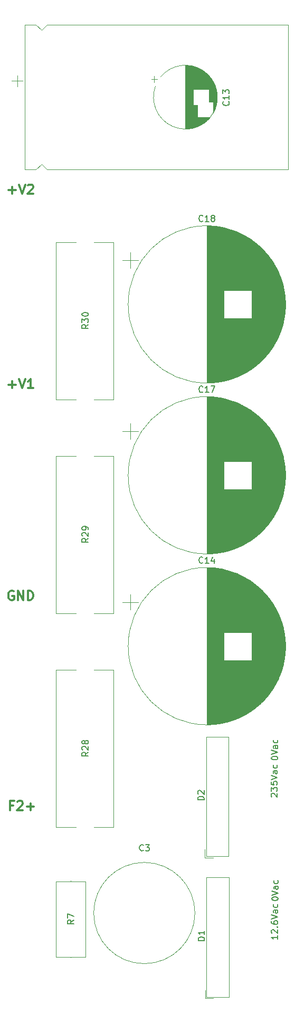
<source format=gbr>
%TF.GenerationSoftware,KiCad,Pcbnew,(6.0.0)*%
%TF.CreationDate,2022-02-22T13:29:53+00:00*%
%TF.ProjectId,Audionote Kit four v2,41756469-6f6e-46f7-9465-204b69742066,rev?*%
%TF.SameCoordinates,Original*%
%TF.FileFunction,Legend,Top*%
%TF.FilePolarity,Positive*%
%FSLAX46Y46*%
G04 Gerber Fmt 4.6, Leading zero omitted, Abs format (unit mm)*
G04 Created by KiCad (PCBNEW (6.0.0)) date 2022-02-22 13:29:53*
%MOMM*%
%LPD*%
G01*
G04 APERTURE LIST*
%ADD10C,0.375000*%
%ADD11C,0.150000*%
%ADD12C,0.120000*%
G04 APERTURE END LIST*
D10*
X163997142Y-148151606D02*
X163854285Y-148080177D01*
X163640000Y-148080177D01*
X163425714Y-148151606D01*
X163282857Y-148294463D01*
X163211428Y-148437320D01*
X163140000Y-148723034D01*
X163140000Y-148937320D01*
X163211428Y-149223034D01*
X163282857Y-149365891D01*
X163425714Y-149508748D01*
X163640000Y-149580177D01*
X163782857Y-149580177D01*
X163997142Y-149508748D01*
X164068571Y-149437320D01*
X164068571Y-148937320D01*
X163782857Y-148937320D01*
X164711428Y-149580177D02*
X164711428Y-148080177D01*
X165568571Y-149580177D01*
X165568571Y-148080177D01*
X166282857Y-149580177D02*
X166282857Y-148080177D01*
X166640000Y-148080177D01*
X166854285Y-148151606D01*
X166997142Y-148294463D01*
X167068571Y-148437320D01*
X167140000Y-148723034D01*
X167140000Y-148937320D01*
X167068571Y-149223034D01*
X166997142Y-149365891D01*
X166854285Y-149508748D01*
X166640000Y-149580177D01*
X166282857Y-149580177D01*
X163211428Y-115025623D02*
X164354285Y-115025623D01*
X163782857Y-115597052D02*
X163782857Y-114454195D01*
X164854285Y-114097052D02*
X165354285Y-115597052D01*
X165854285Y-114097052D01*
X167140000Y-115597052D02*
X166282857Y-115597052D01*
X166711428Y-115597052D02*
X166711428Y-114097052D01*
X166568571Y-114311338D01*
X166425714Y-114454195D01*
X166282857Y-114525623D01*
X163919346Y-182515666D02*
X163419346Y-182515666D01*
X163419346Y-183301380D02*
X163419346Y-181801380D01*
X164133632Y-181801380D01*
X164633632Y-181944237D02*
X164705060Y-181872809D01*
X164847918Y-181801380D01*
X165205060Y-181801380D01*
X165347918Y-181872809D01*
X165419346Y-181944237D01*
X165490775Y-182087094D01*
X165490775Y-182229951D01*
X165419346Y-182444237D01*
X164562203Y-183301380D01*
X165490775Y-183301380D01*
X166133632Y-182729951D02*
X167276489Y-182729951D01*
X166705060Y-183301380D02*
X166705060Y-182158523D01*
X163211428Y-83854668D02*
X164354285Y-83854668D01*
X163782857Y-84426097D02*
X163782857Y-83283240D01*
X164854285Y-82926097D02*
X165354285Y-84426097D01*
X165854285Y-82926097D01*
X166282857Y-83068954D02*
X166354285Y-82997526D01*
X166497142Y-82926097D01*
X166854285Y-82926097D01*
X166997142Y-82997526D01*
X167068571Y-83068954D01*
X167140000Y-83211811D01*
X167140000Y-83354668D01*
X167068571Y-83568954D01*
X166211428Y-84426097D01*
X167140000Y-84426097D01*
D11*
%TO.C,R29*%
X175984255Y-139687351D02*
X175508065Y-140020684D01*
X175984255Y-140258779D02*
X174984255Y-140258779D01*
X174984255Y-139877827D01*
X175031875Y-139782589D01*
X175079494Y-139734970D01*
X175174732Y-139687351D01*
X175317589Y-139687351D01*
X175412827Y-139734970D01*
X175460446Y-139782589D01*
X175508065Y-139877827D01*
X175508065Y-140258779D01*
X175079494Y-139306398D02*
X175031875Y-139258779D01*
X174984255Y-139163541D01*
X174984255Y-138925446D01*
X175031875Y-138830208D01*
X175079494Y-138782589D01*
X175174732Y-138734970D01*
X175269970Y-138734970D01*
X175412827Y-138782589D01*
X175984255Y-139354017D01*
X175984255Y-138734970D01*
X175984255Y-138258779D02*
X175984255Y-138068303D01*
X175936636Y-137973065D01*
X175889017Y-137925446D01*
X175746160Y-137830208D01*
X175555684Y-137782589D01*
X175174732Y-137782589D01*
X175079494Y-137830208D01*
X175031875Y-137877827D01*
X174984255Y-137973065D01*
X174984255Y-138163541D01*
X175031875Y-138258779D01*
X175079494Y-138306398D01*
X175174732Y-138354017D01*
X175412827Y-138354017D01*
X175508065Y-138306398D01*
X175555684Y-138258779D01*
X175603303Y-138163541D01*
X175603303Y-137973065D01*
X175555684Y-137877827D01*
X175508065Y-137830208D01*
X175412827Y-137782589D01*
%TO.C,J2*%
X206371814Y-203388131D02*
X206371814Y-203959560D01*
X206371814Y-203673846D02*
X205371814Y-203673846D01*
X205514672Y-203769084D01*
X205609910Y-203864322D01*
X205657529Y-203959560D01*
X205467053Y-203007179D02*
X205419434Y-202959560D01*
X205371814Y-202864322D01*
X205371814Y-202626226D01*
X205419434Y-202530988D01*
X205467053Y-202483369D01*
X205562291Y-202435750D01*
X205657529Y-202435750D01*
X205800386Y-202483369D01*
X206371814Y-203054798D01*
X206371814Y-202435750D01*
X206276576Y-202007179D02*
X206324195Y-201959560D01*
X206371814Y-202007179D01*
X206324195Y-202054798D01*
X206276576Y-202007179D01*
X206371814Y-202007179D01*
X205371814Y-201102417D02*
X205371814Y-201292893D01*
X205419434Y-201388131D01*
X205467053Y-201435750D01*
X205609910Y-201530988D01*
X205800386Y-201578607D01*
X206181338Y-201578607D01*
X206276576Y-201530988D01*
X206324195Y-201483369D01*
X206371814Y-201388131D01*
X206371814Y-201197655D01*
X206324195Y-201102417D01*
X206276576Y-201054798D01*
X206181338Y-201007179D01*
X205943243Y-201007179D01*
X205848005Y-201054798D01*
X205800386Y-201102417D01*
X205752767Y-201197655D01*
X205752767Y-201388131D01*
X205800386Y-201483369D01*
X205848005Y-201530988D01*
X205943243Y-201578607D01*
X205371814Y-200721465D02*
X206371814Y-200388131D01*
X205371814Y-200054798D01*
X206371814Y-199292893D02*
X205848005Y-199292893D01*
X205752767Y-199340512D01*
X205705148Y-199435750D01*
X205705148Y-199626226D01*
X205752767Y-199721465D01*
X206324195Y-199292893D02*
X206371814Y-199388131D01*
X206371814Y-199626226D01*
X206324195Y-199721465D01*
X206228957Y-199769084D01*
X206133719Y-199769084D01*
X206038481Y-199721465D01*
X205990862Y-199626226D01*
X205990862Y-199388131D01*
X205943243Y-199292893D01*
X206324195Y-198388131D02*
X206371814Y-198483369D01*
X206371814Y-198673846D01*
X206324195Y-198769084D01*
X206276576Y-198816703D01*
X206181338Y-198864322D01*
X205895624Y-198864322D01*
X205800386Y-198816703D01*
X205752767Y-198769084D01*
X205705148Y-198673846D01*
X205705148Y-198483369D01*
X205752767Y-198388131D01*
%TO.C,D2*%
X194557779Y-181639619D02*
X193557779Y-181639619D01*
X193557779Y-181401524D01*
X193605399Y-181258666D01*
X193700637Y-181163428D01*
X193795875Y-181115809D01*
X193986351Y-181068190D01*
X194129208Y-181068190D01*
X194319684Y-181115809D01*
X194414922Y-181163428D01*
X194510160Y-181258666D01*
X194557779Y-181401524D01*
X194557779Y-181639619D01*
X193653018Y-180687238D02*
X193605399Y-180639619D01*
X193557779Y-180544381D01*
X193557779Y-180306285D01*
X193605399Y-180211047D01*
X193653018Y-180163428D01*
X193748256Y-180115809D01*
X193843494Y-180115809D01*
X193986351Y-180163428D01*
X194557779Y-180734857D01*
X194557779Y-180115809D01*
%TO.C,J3*%
X205441814Y-197538303D02*
X205441814Y-197443065D01*
X205489434Y-197347827D01*
X205537053Y-197300208D01*
X205632291Y-197252589D01*
X205822767Y-197204970D01*
X206060862Y-197204970D01*
X206251338Y-197252589D01*
X206346576Y-197300208D01*
X206394195Y-197347827D01*
X206441814Y-197443065D01*
X206441814Y-197538303D01*
X206394195Y-197633541D01*
X206346576Y-197681161D01*
X206251338Y-197728780D01*
X206060862Y-197776399D01*
X205822767Y-197776399D01*
X205632291Y-197728780D01*
X205537053Y-197681161D01*
X205489434Y-197633541D01*
X205441814Y-197538303D01*
X205441814Y-196919256D02*
X206441814Y-196585922D01*
X205441814Y-196252589D01*
X206441814Y-195490684D02*
X205918005Y-195490684D01*
X205822767Y-195538303D01*
X205775148Y-195633541D01*
X205775148Y-195824018D01*
X205822767Y-195919256D01*
X206394195Y-195490684D02*
X206441814Y-195585922D01*
X206441814Y-195824018D01*
X206394195Y-195919256D01*
X206298957Y-195966875D01*
X206203719Y-195966875D01*
X206108481Y-195919256D01*
X206060862Y-195824018D01*
X206060862Y-195585922D01*
X206013243Y-195490684D01*
X206394195Y-194585922D02*
X206441814Y-194681161D01*
X206441814Y-194871637D01*
X206394195Y-194966875D01*
X206346576Y-195014494D01*
X206251338Y-195062113D01*
X205965624Y-195062113D01*
X205870386Y-195014494D01*
X205822767Y-194966875D01*
X205775148Y-194871637D01*
X205775148Y-194681161D01*
X205822767Y-194585922D01*
%TO.C,R7*%
X173660910Y-200896666D02*
X173184720Y-201230000D01*
X173660910Y-201468095D02*
X172660910Y-201468095D01*
X172660910Y-201087142D01*
X172708530Y-200991904D01*
X172756149Y-200944285D01*
X172851387Y-200896666D01*
X172994244Y-200896666D01*
X173089482Y-200944285D01*
X173137101Y-200991904D01*
X173184720Y-201087142D01*
X173184720Y-201468095D01*
X172660910Y-200563333D02*
X172660910Y-199896666D01*
X173660910Y-200325238D01*
%TO.C,C18*%
X194364856Y-88758666D02*
X194317237Y-88806285D01*
X194174380Y-88853904D01*
X194079142Y-88853904D01*
X193936285Y-88806285D01*
X193841047Y-88711047D01*
X193793428Y-88615809D01*
X193745809Y-88425333D01*
X193745809Y-88282476D01*
X193793428Y-88092000D01*
X193841047Y-87996762D01*
X193936285Y-87901524D01*
X194079142Y-87853904D01*
X194174380Y-87853904D01*
X194317237Y-87901524D01*
X194364856Y-87949143D01*
X195317237Y-88853904D02*
X194745809Y-88853904D01*
X195031523Y-88853904D02*
X195031523Y-87853904D01*
X194936285Y-87996762D01*
X194841047Y-88092000D01*
X194745809Y-88139619D01*
X195888666Y-88282476D02*
X195793428Y-88234857D01*
X195745809Y-88187238D01*
X195698190Y-88092000D01*
X195698190Y-88044381D01*
X195745809Y-87949143D01*
X195793428Y-87901524D01*
X195888666Y-87853904D01*
X196079142Y-87853904D01*
X196174380Y-87901524D01*
X196221999Y-87949143D01*
X196269618Y-88044381D01*
X196269618Y-88092000D01*
X196221999Y-88187238D01*
X196174380Y-88234857D01*
X196079142Y-88282476D01*
X195888666Y-88282476D01*
X195793428Y-88330095D01*
X195745809Y-88377714D01*
X195698190Y-88472952D01*
X195698190Y-88663428D01*
X195745809Y-88758666D01*
X195793428Y-88806285D01*
X195888666Y-88853904D01*
X196079142Y-88853904D01*
X196174380Y-88806285D01*
X196221999Y-88758666D01*
X196269618Y-88663428D01*
X196269618Y-88472952D01*
X196221999Y-88377714D01*
X196174380Y-88330095D01*
X196079142Y-88282476D01*
%TO.C,J4*%
X205407619Y-181142804D02*
X205360000Y-181095185D01*
X205312380Y-180999946D01*
X205312380Y-180761851D01*
X205360000Y-180666613D01*
X205407619Y-180618994D01*
X205502857Y-180571375D01*
X205598095Y-180571375D01*
X205740952Y-180618994D01*
X206312380Y-181190423D01*
X206312380Y-180571375D01*
X205312380Y-180238042D02*
X205312380Y-179618994D01*
X205693333Y-179952327D01*
X205693333Y-179809470D01*
X205740952Y-179714232D01*
X205788571Y-179666613D01*
X205883809Y-179618994D01*
X206121904Y-179618994D01*
X206217142Y-179666613D01*
X206264761Y-179714232D01*
X206312380Y-179809470D01*
X206312380Y-180095185D01*
X206264761Y-180190423D01*
X206217142Y-180238042D01*
X205312380Y-178714232D02*
X205312380Y-179190423D01*
X205788571Y-179238042D01*
X205740952Y-179190423D01*
X205693333Y-179095185D01*
X205693333Y-178857089D01*
X205740952Y-178761851D01*
X205788571Y-178714232D01*
X205883809Y-178666613D01*
X206121904Y-178666613D01*
X206217142Y-178714232D01*
X206264761Y-178761851D01*
X206312380Y-178857089D01*
X206312380Y-179095185D01*
X206264761Y-179190423D01*
X206217142Y-179238042D01*
X205312380Y-178380899D02*
X206312380Y-178047565D01*
X205312380Y-177714232D01*
X206312380Y-176952327D02*
X205788571Y-176952327D01*
X205693333Y-176999946D01*
X205645714Y-177095185D01*
X205645714Y-177285661D01*
X205693333Y-177380899D01*
X206264761Y-176952327D02*
X206312380Y-177047565D01*
X206312380Y-177285661D01*
X206264761Y-177380899D01*
X206169523Y-177428518D01*
X206074285Y-177428518D01*
X205979047Y-177380899D01*
X205931428Y-177285661D01*
X205931428Y-177047565D01*
X205883809Y-176952327D01*
X206264761Y-176047565D02*
X206312380Y-176142804D01*
X206312380Y-176333280D01*
X206264761Y-176428518D01*
X206217142Y-176476137D01*
X206121904Y-176523756D01*
X205836190Y-176523756D01*
X205740952Y-176476137D01*
X205693333Y-176428518D01*
X205645714Y-176333280D01*
X205645714Y-176142804D01*
X205693333Y-176047565D01*
%TO.C,D1*%
X194617213Y-204188095D02*
X193617213Y-204188095D01*
X193617213Y-203950000D01*
X193664833Y-203807142D01*
X193760071Y-203711904D01*
X193855309Y-203664285D01*
X194045785Y-203616666D01*
X194188642Y-203616666D01*
X194379118Y-203664285D01*
X194474356Y-203711904D01*
X194569594Y-203807142D01*
X194617213Y-203950000D01*
X194617213Y-204188095D01*
X194617213Y-202664285D02*
X194617213Y-203235714D01*
X194617213Y-202950000D02*
X193617213Y-202950000D01*
X193760071Y-203045238D01*
X193855309Y-203140476D01*
X193902928Y-203235714D01*
%TO.C,C14*%
X194364856Y-143578666D02*
X194317237Y-143626285D01*
X194174380Y-143673904D01*
X194079142Y-143673904D01*
X193936285Y-143626285D01*
X193841047Y-143531047D01*
X193793428Y-143435809D01*
X193745809Y-143245333D01*
X193745809Y-143102476D01*
X193793428Y-142912000D01*
X193841047Y-142816762D01*
X193936285Y-142721524D01*
X194079142Y-142673904D01*
X194174380Y-142673904D01*
X194317237Y-142721524D01*
X194364856Y-142769143D01*
X195317237Y-143673904D02*
X194745809Y-143673904D01*
X195031523Y-143673904D02*
X195031523Y-142673904D01*
X194936285Y-142816762D01*
X194841047Y-142912000D01*
X194745809Y-142959619D01*
X196174380Y-143007238D02*
X196174380Y-143673904D01*
X195936285Y-142626285D02*
X195698190Y-143340571D01*
X196317237Y-143340571D01*
%TO.C,R30*%
X175984255Y-105382857D02*
X175508065Y-105716190D01*
X175984255Y-105954285D02*
X174984255Y-105954285D01*
X174984255Y-105573333D01*
X175031875Y-105478095D01*
X175079494Y-105430476D01*
X175174732Y-105382857D01*
X175317589Y-105382857D01*
X175412827Y-105430476D01*
X175460446Y-105478095D01*
X175508065Y-105573333D01*
X175508065Y-105954285D01*
X174984255Y-105049523D02*
X174984255Y-104430476D01*
X175365208Y-104763809D01*
X175365208Y-104620952D01*
X175412827Y-104525714D01*
X175460446Y-104478095D01*
X175555684Y-104430476D01*
X175793779Y-104430476D01*
X175889017Y-104478095D01*
X175936636Y-104525714D01*
X175984255Y-104620952D01*
X175984255Y-104906666D01*
X175936636Y-105001904D01*
X175889017Y-105049523D01*
X174984255Y-103811428D02*
X174984255Y-103716190D01*
X175031875Y-103620952D01*
X175079494Y-103573333D01*
X175174732Y-103525714D01*
X175365208Y-103478095D01*
X175603303Y-103478095D01*
X175793779Y-103525714D01*
X175889017Y-103573333D01*
X175936636Y-103620952D01*
X175984255Y-103716190D01*
X175984255Y-103811428D01*
X175936636Y-103906666D01*
X175889017Y-103954285D01*
X175793779Y-104001904D01*
X175603303Y-104049523D01*
X175365208Y-104049523D01*
X175174732Y-104001904D01*
X175079494Y-103954285D01*
X175031875Y-103906666D01*
X174984255Y-103811428D01*
%TO.C,C3*%
X184829374Y-189707142D02*
X184781755Y-189754761D01*
X184638898Y-189802380D01*
X184543660Y-189802380D01*
X184400802Y-189754761D01*
X184305564Y-189659523D01*
X184257945Y-189564285D01*
X184210326Y-189373809D01*
X184210326Y-189230952D01*
X184257945Y-189040476D01*
X184305564Y-188945238D01*
X184400802Y-188850000D01*
X184543660Y-188802380D01*
X184638898Y-188802380D01*
X184781755Y-188850000D01*
X184829374Y-188897619D01*
X185162707Y-188802380D02*
X185781755Y-188802380D01*
X185448421Y-189183333D01*
X185591279Y-189183333D01*
X185686517Y-189230952D01*
X185734136Y-189278571D01*
X185781755Y-189373809D01*
X185781755Y-189611904D01*
X185734136Y-189707142D01*
X185686517Y-189754761D01*
X185591279Y-189802380D01*
X185305564Y-189802380D01*
X185210326Y-189754761D01*
X185162707Y-189707142D01*
%TO.C,C17*%
X194364856Y-116168666D02*
X194317237Y-116216285D01*
X194174380Y-116263904D01*
X194079142Y-116263904D01*
X193936285Y-116216285D01*
X193841047Y-116121047D01*
X193793428Y-116025809D01*
X193745809Y-115835333D01*
X193745809Y-115692476D01*
X193793428Y-115502000D01*
X193841047Y-115406762D01*
X193936285Y-115311524D01*
X194079142Y-115263904D01*
X194174380Y-115263904D01*
X194317237Y-115311524D01*
X194364856Y-115359143D01*
X195317237Y-116263904D02*
X194745809Y-116263904D01*
X195031523Y-116263904D02*
X195031523Y-115263904D01*
X194936285Y-115406762D01*
X194841047Y-115502000D01*
X194745809Y-115549619D01*
X195650571Y-115263904D02*
X196317237Y-115263904D01*
X195888666Y-116263904D01*
%TO.C,J5*%
X205382380Y-174972327D02*
X205382380Y-174877089D01*
X205430000Y-174781851D01*
X205477619Y-174734232D01*
X205572857Y-174686613D01*
X205763333Y-174638994D01*
X206001428Y-174638994D01*
X206191904Y-174686613D01*
X206287142Y-174734232D01*
X206334761Y-174781851D01*
X206382380Y-174877089D01*
X206382380Y-174972327D01*
X206334761Y-175067565D01*
X206287142Y-175115185D01*
X206191904Y-175162804D01*
X206001428Y-175210423D01*
X205763333Y-175210423D01*
X205572857Y-175162804D01*
X205477619Y-175115185D01*
X205430000Y-175067565D01*
X205382380Y-174972327D01*
X205382380Y-174353280D02*
X206382380Y-174019946D01*
X205382380Y-173686613D01*
X206382380Y-172924708D02*
X205858571Y-172924708D01*
X205763333Y-172972327D01*
X205715714Y-173067565D01*
X205715714Y-173258042D01*
X205763333Y-173353280D01*
X206334761Y-172924708D02*
X206382380Y-173019946D01*
X206382380Y-173258042D01*
X206334761Y-173353280D01*
X206239523Y-173400899D01*
X206144285Y-173400899D01*
X206049047Y-173353280D01*
X206001428Y-173258042D01*
X206001428Y-173019946D01*
X205953809Y-172924708D01*
X206334761Y-172019946D02*
X206382380Y-172115185D01*
X206382380Y-172305661D01*
X206334761Y-172400899D01*
X206287142Y-172448518D01*
X206191904Y-172496137D01*
X205906190Y-172496137D01*
X205810952Y-172448518D01*
X205763333Y-172400899D01*
X205715714Y-172305661D01*
X205715714Y-172115185D01*
X205763333Y-172019946D01*
%TO.C,R28*%
X175984255Y-173991845D02*
X175508065Y-174325178D01*
X175984255Y-174563273D02*
X174984255Y-174563273D01*
X174984255Y-174182321D01*
X175031875Y-174087083D01*
X175079494Y-174039464D01*
X175174732Y-173991845D01*
X175317589Y-173991845D01*
X175412827Y-174039464D01*
X175460446Y-174087083D01*
X175508065Y-174182321D01*
X175508065Y-174563273D01*
X175079494Y-173610892D02*
X175031875Y-173563273D01*
X174984255Y-173468035D01*
X174984255Y-173229940D01*
X175031875Y-173134702D01*
X175079494Y-173087083D01*
X175174732Y-173039464D01*
X175269970Y-173039464D01*
X175412827Y-173087083D01*
X175984255Y-173658511D01*
X175984255Y-173039464D01*
X175412827Y-172468035D02*
X175365208Y-172563273D01*
X175317589Y-172610892D01*
X175222351Y-172658511D01*
X175174732Y-172658511D01*
X175079494Y-172610892D01*
X175031875Y-172563273D01*
X174984255Y-172468035D01*
X174984255Y-172277559D01*
X175031875Y-172182321D01*
X175079494Y-172134702D01*
X175174732Y-172087083D01*
X175222351Y-172087083D01*
X175317589Y-172134702D01*
X175365208Y-172182321D01*
X175412827Y-172277559D01*
X175412827Y-172468035D01*
X175460446Y-172563273D01*
X175508065Y-172610892D01*
X175603303Y-172658511D01*
X175793779Y-172658511D01*
X175889017Y-172610892D01*
X175936636Y-172563273D01*
X175984255Y-172468035D01*
X175984255Y-172277559D01*
X175936636Y-172182321D01*
X175889017Y-172134702D01*
X175793779Y-172087083D01*
X175603303Y-172087083D01*
X175508065Y-172134702D01*
X175460446Y-172182321D01*
X175412827Y-172277559D01*
%TO.C,C13*%
X198498434Y-69628024D02*
X198546053Y-69675643D01*
X198593672Y-69818500D01*
X198593672Y-69913738D01*
X198546053Y-70056595D01*
X198450815Y-70151833D01*
X198355577Y-70199452D01*
X198165101Y-70247071D01*
X198022244Y-70247071D01*
X197831768Y-70199452D01*
X197736530Y-70151833D01*
X197641292Y-70056595D01*
X197593672Y-69913738D01*
X197593672Y-69818500D01*
X197641292Y-69675643D01*
X197688911Y-69628024D01*
X198593672Y-68675643D02*
X198593672Y-69247071D01*
X198593672Y-68961357D02*
X197593672Y-68961357D01*
X197736530Y-69056595D01*
X197831768Y-69151833D01*
X197879387Y-69247071D01*
X197593672Y-68342309D02*
X197593672Y-67723262D01*
X197974625Y-68056595D01*
X197974625Y-67913738D01*
X198022244Y-67818500D01*
X198069863Y-67770881D01*
X198165101Y-67723262D01*
X198403196Y-67723262D01*
X198498434Y-67770881D01*
X198546053Y-67818500D01*
X198593672Y-67913738D01*
X198593672Y-68199452D01*
X198546053Y-68294690D01*
X198498434Y-68342309D01*
D12*
%TO.C,R29*%
X170811524Y-126496018D02*
X173991524Y-126496018D01*
X180051524Y-151736018D02*
X180051524Y-126496018D01*
X173991524Y-151736018D02*
X170811524Y-151736018D01*
X180051524Y-126496018D02*
X176871524Y-126496018D01*
X176871524Y-151736018D02*
X180051524Y-151736018D01*
X170811524Y-151736018D02*
X170811524Y-126496018D01*
%TO.C,D2*%
X196005399Y-190901524D02*
X194705399Y-190901524D01*
X194705399Y-190901524D02*
X194705399Y-189601524D01*
X194905399Y-190701524D02*
X194905399Y-171501524D01*
X198505399Y-171501524D02*
X198505399Y-190701524D01*
X198505399Y-190701524D02*
X194905399Y-190701524D01*
X194905399Y-171501524D02*
X198505399Y-171501524D01*
%TO.C,R7*%
X173181524Y-194581524D02*
X173181524Y-194691524D01*
X170811524Y-194691524D02*
X170811524Y-206831524D01*
X175551524Y-206831524D02*
X175551524Y-194691524D01*
X170811524Y-206831524D02*
X175551524Y-206831524D01*
X173181524Y-206941524D02*
X173181524Y-206831524D01*
X175551524Y-194691524D02*
X170811524Y-194691524D01*
%TO.C,C18*%
X201688714Y-104391524D02*
X201688714Y-112819524D01*
X207527714Y-100605524D02*
X207527714Y-103697524D01*
X195728714Y-89591524D02*
X195728714Y-114711524D01*
X198048714Y-89942524D02*
X198048714Y-99911524D01*
X196528714Y-89662524D02*
X196528714Y-114640524D01*
X207047714Y-98409524D02*
X207047714Y-105893524D01*
X198848714Y-104391524D02*
X198848714Y-114133524D01*
X203487714Y-92844524D02*
X203487714Y-111458524D01*
X203847714Y-93184524D02*
X203847714Y-111118524D01*
X199688714Y-90470524D02*
X199688714Y-99911524D01*
X201528714Y-91385524D02*
X201528714Y-99911524D01*
X196608714Y-89672524D02*
X196608714Y-114630524D01*
X207447714Y-100067524D02*
X207447714Y-104235524D01*
X195928714Y-89604524D02*
X195928714Y-114698524D01*
X202848714Y-92301524D02*
X202848714Y-112001524D01*
X195367714Y-89576524D02*
X195367714Y-114726524D01*
X199928714Y-104391524D02*
X199928714Y-113733524D01*
X197768714Y-89876524D02*
X197768714Y-99911524D01*
X197288714Y-89778524D02*
X197288714Y-114524524D01*
X198768714Y-104391524D02*
X198768714Y-114158524D01*
X203407714Y-92772524D02*
X203407714Y-111530524D01*
X202168714Y-104391524D02*
X202168714Y-112504524D01*
X205287714Y-94870524D02*
X205287714Y-109432524D01*
X206647714Y-97315524D02*
X206647714Y-106987524D01*
X195167714Y-89572524D02*
X195167714Y-114730524D01*
X202128714Y-104391524D02*
X202128714Y-112531524D01*
X203927714Y-93263524D02*
X203927714Y-111039524D01*
X199808714Y-90519524D02*
X199808714Y-99911524D01*
X200008714Y-104391524D02*
X200008714Y-113699524D01*
X207207714Y-98962524D02*
X207207714Y-105340524D01*
X203207714Y-92598524D02*
X203207714Y-111704524D01*
X200488714Y-104391524D02*
X200488714Y-113480524D01*
X195968714Y-89607524D02*
X195968714Y-114695524D01*
X200568714Y-90861524D02*
X200568714Y-99911524D01*
X200088714Y-90638524D02*
X200088714Y-99911524D01*
X199208714Y-90290524D02*
X199208714Y-99911524D01*
X198008714Y-104391524D02*
X198008714Y-114370524D01*
X201968714Y-91663524D02*
X201968714Y-99911524D01*
X199328714Y-104391524D02*
X199328714Y-113969524D01*
X204167714Y-93510524D02*
X204167714Y-110792524D01*
X206727714Y-97510524D02*
X206727714Y-106792524D01*
X206007714Y-96005524D02*
X206007714Y-108297524D01*
X201888714Y-91611524D02*
X201888714Y-99911524D01*
X202888714Y-92333524D02*
X202888714Y-111969524D01*
X201448714Y-91337524D02*
X201448714Y-99911524D01*
X206287714Y-96531524D02*
X206287714Y-107771524D01*
X197768714Y-104391524D02*
X197768714Y-114426524D01*
X204407714Y-93770524D02*
X204407714Y-110532524D01*
X198928714Y-104391524D02*
X198928714Y-114107524D01*
X199208714Y-104391524D02*
X199208714Y-114012524D01*
X199248714Y-90304524D02*
X199248714Y-99911524D01*
X197808714Y-89885524D02*
X197808714Y-99911524D01*
X207167714Y-98814524D02*
X207167714Y-105488524D01*
X200448714Y-104391524D02*
X200448714Y-113499524D01*
X195768714Y-89593524D02*
X195768714Y-114709524D01*
X195607714Y-89585524D02*
X195607714Y-114717524D01*
X201408714Y-91314524D02*
X201408714Y-99911524D01*
X195808714Y-89596524D02*
X195808714Y-114706524D01*
X195287714Y-89574524D02*
X195287714Y-114728524D01*
X206567714Y-97128524D02*
X206567714Y-107174524D01*
X198128714Y-89962524D02*
X198128714Y-99911524D01*
X199728714Y-90486524D02*
X199728714Y-99911524D01*
X200888714Y-104391524D02*
X200888714Y-113278524D01*
X201768714Y-104391524D02*
X201768714Y-112768524D01*
X199088714Y-104391524D02*
X199088714Y-114054524D01*
X204047714Y-93385524D02*
X204047714Y-110917524D01*
X197208714Y-89764524D02*
X197208714Y-114538524D01*
X204207714Y-93552524D02*
X204207714Y-110750524D01*
X198248714Y-89994524D02*
X198248714Y-99911524D01*
X195567714Y-89583524D02*
X195567714Y-114719524D01*
X199048714Y-90235524D02*
X199048714Y-99911524D01*
X198848714Y-90169524D02*
X198848714Y-99911524D01*
X198888714Y-90182524D02*
X198888714Y-99911524D01*
X197848714Y-89894524D02*
X197848714Y-99911524D01*
X201248714Y-91221524D02*
X201248714Y-99911524D01*
X200048714Y-104391524D02*
X200048714Y-113681524D01*
X203567714Y-92917524D02*
X203567714Y-111385524D01*
X195848714Y-89598524D02*
X195848714Y-114704524D01*
X199888714Y-90552524D02*
X199888714Y-99911524D01*
X204567714Y-93952524D02*
X204567714Y-110350524D01*
X199568714Y-104391524D02*
X199568714Y-113879524D01*
X202048714Y-104391524D02*
X202048714Y-112585524D01*
X197888714Y-89904524D02*
X197888714Y-99911524D01*
X201768714Y-91534524D02*
X201768714Y-99911524D01*
X201208714Y-104391524D02*
X201208714Y-113104524D01*
X195527714Y-89581524D02*
X195527714Y-114721524D01*
X196648714Y-89678524D02*
X196648714Y-114624524D01*
X198408714Y-104391524D02*
X198408714Y-114265524D01*
X204087714Y-93426524D02*
X204087714Y-110876524D01*
X199768714Y-104391524D02*
X199768714Y-113799524D01*
X198488714Y-90060524D02*
X198488714Y-99911524D01*
X201608714Y-91434524D02*
X201608714Y-99911524D01*
X201408714Y-104391524D02*
X201408714Y-112988524D01*
X206887714Y-97933524D02*
X206887714Y-106369524D01*
X200288714Y-90728524D02*
X200288714Y-99911524D01*
X199608714Y-90439524D02*
X199608714Y-99911524D01*
X203967714Y-93303524D02*
X203967714Y-110999524D01*
X200048714Y-90621524D02*
X200048714Y-99911524D01*
X205647714Y-95404524D02*
X205647714Y-108898524D01*
X200168714Y-90674524D02*
X200168714Y-99911524D01*
X198808714Y-104391524D02*
X198808714Y-114146524D01*
X202208714Y-104391524D02*
X202208714Y-112476524D01*
X202048714Y-91717524D02*
X202048714Y-99911524D01*
X200768714Y-104391524D02*
X200768714Y-113340524D01*
X196688714Y-89683524D02*
X196688714Y-114619524D01*
X199128714Y-104391524D02*
X199128714Y-114040524D01*
X200808714Y-104391524D02*
X200808714Y-113320524D01*
X196888714Y-89711524D02*
X196888714Y-114591524D01*
X197368714Y-89793524D02*
X197368714Y-114509524D01*
X200568714Y-104391524D02*
X200568714Y-113441524D01*
X201728714Y-104391524D02*
X201728714Y-112794524D01*
X199448714Y-104391524D02*
X199448714Y-113925524D01*
X195087714Y-89571524D02*
X195087714Y-114731524D01*
X199448714Y-90377524D02*
X199448714Y-99911524D01*
X196808714Y-89700524D02*
X196808714Y-114602524D01*
X198968714Y-90208524D02*
X198968714Y-99911524D01*
X200168714Y-104391524D02*
X200168714Y-113628524D01*
X199648714Y-90454524D02*
X199648714Y-99911524D01*
X201848714Y-91585524D02*
X201848714Y-99911524D01*
X201048714Y-104391524D02*
X201048714Y-113192524D01*
X197008714Y-89730524D02*
X197008714Y-114572524D01*
X197448714Y-89809524D02*
X197448714Y-114493524D01*
X200328714Y-104391524D02*
X200328714Y-113555524D01*
X197928714Y-89913524D02*
X197928714Y-99911524D01*
X203447714Y-92808524D02*
X203447714Y-111494524D01*
X201168714Y-104391524D02*
X201168714Y-113126524D01*
X198328714Y-90015524D02*
X198328714Y-99911524D01*
X195127714Y-89571524D02*
X195127714Y-114731524D01*
X198288714Y-104391524D02*
X198288714Y-114298524D01*
X198808714Y-90156524D02*
X198808714Y-99911524D01*
X200608714Y-90881524D02*
X200608714Y-99911524D01*
X195687714Y-89589524D02*
X195687714Y-114713524D01*
X199568714Y-90423524D02*
X199568714Y-99911524D01*
X205767714Y-95596524D02*
X205767714Y-108706524D01*
X201048714Y-91110524D02*
X201048714Y-99911524D01*
X206407714Y-96777524D02*
X206407714Y-107525524D01*
X205367714Y-94984524D02*
X205367714Y-109318524D01*
X195047714Y-89571524D02*
X195047714Y-114731524D01*
X203887714Y-93223524D02*
X203887714Y-111079524D01*
X198528714Y-104391524D02*
X198528714Y-114231524D01*
X200688714Y-104391524D02*
X200688714Y-113381524D01*
X201968714Y-104391524D02*
X201968714Y-112639524D01*
X200888714Y-91024524D02*
X200888714Y-99911524D01*
X204887714Y-94339524D02*
X204887714Y-109963524D01*
X198448714Y-104391524D02*
X198448714Y-114254524D01*
X204367714Y-93726524D02*
X204367714Y-110576524D01*
X207327714Y-99455524D02*
X207327714Y-104847524D01*
X202488714Y-92026524D02*
X202488714Y-112276524D01*
X200088714Y-104391524D02*
X200088714Y-113664524D01*
X201208714Y-91198524D02*
X201208714Y-99911524D01*
X197168714Y-89757524D02*
X197168714Y-114545524D01*
X199608714Y-104391524D02*
X199608714Y-113863524D01*
X204807714Y-94239524D02*
X204807714Y-110063524D01*
X200128714Y-90656524D02*
X200128714Y-99911524D01*
X200128714Y-104391524D02*
X200128714Y-113646524D01*
X201128714Y-104391524D02*
X201128714Y-113148524D01*
X205887714Y-95796524D02*
X205887714Y-108506524D01*
X205527714Y-95220524D02*
X205527714Y-109082524D01*
X200688714Y-90921524D02*
X200688714Y-99911524D01*
X196728714Y-89688524D02*
X196728714Y-114614524D01*
X200808714Y-90982524D02*
X200808714Y-99911524D01*
X202528714Y-92056524D02*
X202528714Y-112246524D01*
X200768714Y-90962524D02*
X200768714Y-99911524D01*
X199528714Y-104391524D02*
X199528714Y-113894524D01*
X198088714Y-89952524D02*
X198088714Y-99911524D01*
X206167714Y-96298524D02*
X206167714Y-108004524D01*
X196128714Y-89620524D02*
X196128714Y-114682524D01*
X202928714Y-92365524D02*
X202928714Y-111937524D01*
X206327714Y-96612524D02*
X206327714Y-107690524D01*
X202608714Y-92116524D02*
X202608714Y-112186524D01*
X202008714Y-91690524D02*
X202008714Y-99911524D01*
X205407714Y-95042524D02*
X205407714Y-109260524D01*
X199248714Y-104391524D02*
X199248714Y-113998524D01*
X202728714Y-92207524D02*
X202728714Y-112095524D01*
X206047714Y-96076524D02*
X206047714Y-108226524D01*
X197488714Y-89817524D02*
X197488714Y-114485524D01*
X197088714Y-89743524D02*
X197088714Y-114559524D01*
X200408714Y-90784524D02*
X200408714Y-99911524D01*
X202368714Y-91939524D02*
X202368714Y-112363524D01*
X181503455Y-95076524D02*
X184003455Y-95076524D01*
X204327714Y-93682524D02*
X204327714Y-110620524D01*
X199288714Y-90318524D02*
X199288714Y-99911524D01*
X202288714Y-91882524D02*
X202288714Y-112420524D01*
X206127714Y-96223524D02*
X206127714Y-108079524D01*
X195647714Y-89587524D02*
X195647714Y-114715524D01*
X198608714Y-90095524D02*
X198608714Y-99911524D01*
X205327714Y-94927524D02*
X205327714Y-109375524D01*
X199008714Y-90221524D02*
X199008714Y-99911524D01*
X198568714Y-90083524D02*
X198568714Y-99911524D01*
X204727714Y-94142524D02*
X204727714Y-110160524D01*
X201808714Y-91559524D02*
X201808714Y-99911524D01*
X197728714Y-89867524D02*
X197728714Y-114435524D01*
X200728714Y-104391524D02*
X200728714Y-113361524D01*
X204487714Y-93860524D02*
X204487714Y-110442524D01*
X196328714Y-89640524D02*
X196328714Y-114662524D01*
X200648714Y-90901524D02*
X200648714Y-99911524D01*
X196848714Y-89705524D02*
X196848714Y-114597524D01*
X195407714Y-89577524D02*
X195407714Y-114725524D01*
X201088714Y-104391524D02*
X201088714Y-113170524D01*
X204967714Y-94440524D02*
X204967714Y-109862524D01*
X197128714Y-89750524D02*
X197128714Y-114552524D01*
X205247714Y-94814524D02*
X205247714Y-109488524D01*
X196248714Y-89632524D02*
X196248714Y-114670524D01*
X201448714Y-104391524D02*
X201448714Y-112965524D01*
X196768714Y-89694524D02*
X196768714Y-114608524D01*
X201648714Y-104391524D02*
X201648714Y-112843524D01*
X199488714Y-104391524D02*
X199488714Y-113910524D01*
X199688714Y-104391524D02*
X199688714Y-113832524D01*
X200288714Y-104391524D02*
X200288714Y-113574524D01*
X197528714Y-89825524D02*
X197528714Y-114477524D01*
X201928714Y-91637524D02*
X201928714Y-99911524D01*
X182753455Y-93826524D02*
X182753455Y-96326524D01*
X207367714Y-99642524D02*
X207367714Y-104660524D01*
X203128714Y-92530524D02*
X203128714Y-111772524D01*
X201328714Y-91267524D02*
X201328714Y-99911524D01*
X198368714Y-90026524D02*
X198368714Y-99911524D01*
X197848714Y-104391524D02*
X197848714Y-114408524D01*
X199848714Y-90536524D02*
X199848714Y-99911524D01*
X198648714Y-90107524D02*
X198648714Y-99911524D01*
X201328714Y-104391524D02*
X201328714Y-113035524D01*
X195447714Y-89578524D02*
X195447714Y-114724524D01*
X195207714Y-89572524D02*
X195207714Y-114730524D01*
X204247714Y-93595524D02*
X204247714Y-110707524D01*
X203367714Y-92737524D02*
X203367714Y-111565524D01*
X201928714Y-104391524D02*
X201928714Y-112665524D01*
X203807714Y-93145524D02*
X203807714Y-111157524D01*
X201368714Y-104391524D02*
X201368714Y-113012524D01*
X196008714Y-89610524D02*
X196008714Y-114692524D01*
X201248714Y-104391524D02*
X201248714Y-113081524D01*
X196168714Y-89624524D02*
X196168714Y-114678524D01*
X203687714Y-93030524D02*
X203687714Y-111272524D01*
X198728714Y-104391524D02*
X198728714Y-114171524D01*
X202208714Y-91826524D02*
X202208714Y-99911524D01*
X198208714Y-89983524D02*
X198208714Y-99911524D01*
X199928714Y-90569524D02*
X199928714Y-99911524D01*
X203008714Y-92430524D02*
X203008714Y-111872524D01*
X205727714Y-95531524D02*
X205727714Y-108771524D01*
X196568714Y-89667524D02*
X196568714Y-114635524D01*
X196088714Y-89617524D02*
X196088714Y-114685524D01*
X205047714Y-94544524D02*
X205047714Y-109758524D01*
X200928714Y-104391524D02*
X200928714Y-113257524D01*
X207007714Y-98284524D02*
X207007714Y-106018524D01*
X198248714Y-104391524D02*
X198248714Y-114308524D01*
X200648714Y-104391524D02*
X200648714Y-113401524D01*
X205207714Y-94759524D02*
X205207714Y-109543524D01*
X202448714Y-91997524D02*
X202448714Y-112305524D01*
X197648714Y-89850524D02*
X197648714Y-114452524D01*
X198768714Y-90144524D02*
X198768714Y-99911524D01*
X201888714Y-104391524D02*
X201888714Y-112691524D01*
X200848714Y-91003524D02*
X200848714Y-99911524D01*
X196928714Y-89717524D02*
X196928714Y-114585524D01*
X198088714Y-104391524D02*
X198088714Y-114350524D01*
X196488714Y-89658524D02*
X196488714Y-114644524D01*
X202168714Y-91798524D02*
X202168714Y-99911524D01*
X203088714Y-92496524D02*
X203088714Y-111806524D01*
X200208714Y-90692524D02*
X200208714Y-99911524D01*
X207127714Y-98673524D02*
X207127714Y-105629524D01*
X204447714Y-93815524D02*
X204447714Y-110487524D01*
X198928714Y-90195524D02*
X198928714Y-99911524D01*
X207607714Y-101480524D02*
X207607714Y-102822524D01*
X200728714Y-90941524D02*
X200728714Y-99911524D01*
X198288714Y-90004524D02*
X198288714Y-99911524D01*
X198728714Y-90131524D02*
X198728714Y-99911524D01*
X203527714Y-92881524D02*
X203527714Y-111421524D01*
X202568714Y-92086524D02*
X202568714Y-112216524D01*
X199648714Y-104391524D02*
X199648714Y-113848524D01*
X207247714Y-99117524D02*
X207247714Y-105185524D01*
X205607714Y-95342524D02*
X205607714Y-108960524D01*
X197608714Y-89841524D02*
X197608714Y-114461524D01*
X199888714Y-104391524D02*
X199888714Y-113750524D01*
X204007714Y-93344524D02*
X204007714Y-110958524D01*
X202128714Y-91771524D02*
X202128714Y-99911524D01*
X203647714Y-92992524D02*
X203647714Y-111310524D01*
X206487714Y-96949524D02*
X206487714Y-107353524D01*
X195888714Y-89601524D02*
X195888714Y-114701524D01*
X199488714Y-90392524D02*
X199488714Y-99911524D01*
X199848714Y-104391524D02*
X199848714Y-113766524D01*
X206607714Y-97220524D02*
X206607714Y-107082524D01*
X196208714Y-89628524D02*
X196208714Y-114674524D01*
X207567714Y-100961524D02*
X207567714Y-103341524D01*
X197968714Y-89923524D02*
X197968714Y-99911524D01*
X206247714Y-96452524D02*
X206247714Y-107850524D01*
X205687714Y-95467524D02*
X205687714Y-108835524D01*
X205847714Y-95728524D02*
X205847714Y-108574524D01*
X201688714Y-91483524D02*
X201688714Y-99911524D01*
X196048714Y-89613524D02*
X196048714Y-114689524D01*
X195487714Y-89580524D02*
X195487714Y-114722524D01*
X199408714Y-90362524D02*
X199408714Y-99911524D01*
X198648714Y-104391524D02*
X198648714Y-114195524D01*
X204287714Y-93638524D02*
X204287714Y-110664524D01*
X201848714Y-104391524D02*
X201848714Y-112717524D01*
X202008714Y-104391524D02*
X202008714Y-112612524D01*
X202808714Y-92270524D02*
X202808714Y-112032524D01*
X203168714Y-92564524D02*
X203168714Y-111738524D01*
X199368714Y-104391524D02*
X199368714Y-113954524D01*
X206687714Y-97411524D02*
X206687714Y-106891524D01*
X197888714Y-104391524D02*
X197888714Y-114398524D01*
X202328714Y-91910524D02*
X202328714Y-112392524D01*
X199088714Y-90248524D02*
X199088714Y-99911524D01*
X201088714Y-91132524D02*
X201088714Y-99911524D01*
X199128714Y-90262524D02*
X199128714Y-99911524D01*
X201568714Y-91409524D02*
X201568714Y-99911524D01*
X199968714Y-90586524D02*
X199968714Y-99911524D01*
X199808714Y-104391524D02*
X199808714Y-113783524D01*
X197968714Y-104391524D02*
X197968714Y-114379524D01*
X200408714Y-104391524D02*
X200408714Y-113518524D01*
X197048714Y-89736524D02*
X197048714Y-114566524D01*
X201608714Y-104391524D02*
X201608714Y-112868524D01*
X204127714Y-93468524D02*
X204127714Y-110834524D01*
X197248714Y-89771524D02*
X197248714Y-114531524D01*
X198488714Y-104391524D02*
X198488714Y-114242524D01*
X196408714Y-89648524D02*
X196408714Y-114654524D01*
X200488714Y-90822524D02*
X200488714Y-99911524D01*
X202408714Y-91968524D02*
X202408714Y-112334524D01*
X205567714Y-95280524D02*
X205567714Y-109022524D01*
X202768714Y-92238524D02*
X202768714Y-112064524D01*
X197928714Y-104391524D02*
X197928714Y-114389524D01*
X203327714Y-92701524D02*
X203327714Y-111601524D01*
X198168714Y-89973524D02*
X198168714Y-99911524D01*
X206367714Y-96694524D02*
X206367714Y-107608524D01*
X206447714Y-96862524D02*
X206447714Y-107440524D01*
X198408714Y-90037524D02*
X198408714Y-99911524D01*
X201288714Y-91244524D02*
X201288714Y-99911524D01*
X195247714Y-89573524D02*
X195247714Y-114729524D01*
X205447714Y-95100524D02*
X205447714Y-109202524D01*
X204527714Y-93906524D02*
X204527714Y-110396524D01*
X204607714Y-93999524D02*
X204607714Y-110303524D01*
X199008714Y-104391524D02*
X199008714Y-114081524D01*
X198968714Y-104391524D02*
X198968714Y-114094524D01*
X198608714Y-104391524D02*
X198608714Y-114207524D01*
X205087714Y-94597524D02*
X205087714Y-109705524D01*
X198008714Y-89932524D02*
X198008714Y-99911524D01*
X200608714Y-104391524D02*
X200608714Y-113421524D01*
X203727714Y-93068524D02*
X203727714Y-111234524D01*
X201648714Y-91459524D02*
X201648714Y-99911524D01*
X198328714Y-104391524D02*
X198328714Y-114287524D01*
X198528714Y-90071524D02*
X198528714Y-99911524D01*
X200968714Y-91067524D02*
X200968714Y-99911524D01*
X198168714Y-104391524D02*
X198168714Y-114329524D01*
X201728714Y-91508524D02*
X201728714Y-99911524D01*
X200848714Y-104391524D02*
X200848714Y-113299524D01*
X202088714Y-104391524D02*
X202088714Y-112558524D01*
X203287714Y-92667524D02*
X203287714Y-111635524D01*
X199368714Y-90348524D02*
X199368714Y-99911524D01*
X205807714Y-95662524D02*
X205807714Y-108640524D01*
X199768714Y-90503524D02*
X199768714Y-99911524D01*
X206927714Y-98046524D02*
X206927714Y-106256524D01*
X196288714Y-89636524D02*
X196288714Y-114666524D01*
X201168714Y-91176524D02*
X201168714Y-99911524D01*
X207087714Y-98538524D02*
X207087714Y-105764524D01*
X206207714Y-96375524D02*
X206207714Y-107927524D01*
X199168714Y-90276524D02*
X199168714Y-99911524D01*
X204927714Y-94389524D02*
X204927714Y-109913524D01*
X201008714Y-104391524D02*
X201008714Y-113214524D01*
X205007714Y-94492524D02*
X205007714Y-109810524D01*
X205927714Y-95865524D02*
X205927714Y-108437524D01*
X202688714Y-92176524D02*
X202688714Y-112126524D01*
X205967714Y-95934524D02*
X205967714Y-108368524D01*
X198448714Y-90048524D02*
X198448714Y-99911524D01*
X198688714Y-104391524D02*
X198688714Y-114183524D01*
X196968714Y-89724524D02*
X196968714Y-114578524D01*
X200368714Y-90765524D02*
X200368714Y-99911524D01*
X198568714Y-104391524D02*
X198568714Y-114219524D01*
X198688714Y-90119524D02*
X198688714Y-99911524D01*
X197328714Y-89786524D02*
X197328714Y-114516524D01*
X201488714Y-91361524D02*
X201488714Y-99911524D01*
X204647714Y-94046524D02*
X204647714Y-110256524D01*
X206847714Y-97823524D02*
X206847714Y-106479524D01*
X206967714Y-98163524D02*
X206967714Y-106139524D01*
X197808714Y-104391524D02*
X197808714Y-114417524D01*
X202088714Y-91744524D02*
X202088714Y-99911524D01*
X203048714Y-92463524D02*
X203048714Y-111839524D01*
X204687714Y-94093524D02*
X204687714Y-110209524D01*
X196448714Y-89653524D02*
X196448714Y-114649524D01*
X200248714Y-90710524D02*
X200248714Y-99911524D01*
X198128714Y-104391524D02*
X198128714Y-114340524D01*
X199968714Y-104391524D02*
X199968714Y-113716524D01*
X199288714Y-104391524D02*
X199288714Y-113984524D01*
X198208714Y-104391524D02*
X198208714Y-114319524D01*
X206087714Y-96149524D02*
X206087714Y-108153524D01*
X206807714Y-97716524D02*
X206807714Y-106586524D01*
X202648714Y-92146524D02*
X202648714Y-112156524D01*
X207287714Y-99281524D02*
X207287714Y-105021524D01*
X203767714Y-93106524D02*
X203767714Y-111196524D01*
X197688714Y-89858524D02*
X197688714Y-114444524D01*
X203607714Y-92954524D02*
X203607714Y-111348524D01*
X200528714Y-104391524D02*
X200528714Y-113460524D01*
X200008714Y-90603524D02*
X200008714Y-99911524D01*
X201368714Y-91290524D02*
X201368714Y-99911524D01*
X197568714Y-89833524D02*
X197568714Y-114469524D01*
X204767714Y-94190524D02*
X204767714Y-110112524D01*
X199728714Y-104391524D02*
X199728714Y-113816524D01*
X204847714Y-94289524D02*
X204847714Y-110013524D01*
X200528714Y-90842524D02*
X200528714Y-99911524D01*
X196368714Y-89644524D02*
X196368714Y-114658524D01*
X199328714Y-90333524D02*
X199328714Y-99911524D01*
X195007714Y-89570524D02*
X195007714Y-114732524D01*
X198368714Y-104391524D02*
X198368714Y-114276524D01*
X206527714Y-97037524D02*
X206527714Y-107265524D01*
X199048714Y-104391524D02*
X199048714Y-114067524D01*
X201008714Y-91088524D02*
X201008714Y-99911524D01*
X199408714Y-104391524D02*
X199408714Y-113940524D01*
X207407714Y-99844524D02*
X207407714Y-104458524D01*
X197408714Y-89801524D02*
X197408714Y-114501524D01*
X205127714Y-94651524D02*
X205127714Y-109651524D01*
X201808714Y-104391524D02*
X201808714Y-112743524D01*
X202968714Y-92398524D02*
X202968714Y-111904524D01*
X195327714Y-89575524D02*
X195327714Y-114727524D01*
X200928714Y-91045524D02*
X200928714Y-99911524D01*
X201288714Y-104391524D02*
X201288714Y-113058524D01*
X201568714Y-104391524D02*
X201568714Y-112893524D01*
X200368714Y-104391524D02*
X200368714Y-113537524D01*
X200208714Y-104391524D02*
X200208714Y-113610524D01*
X205487714Y-95160524D02*
X205487714Y-109142524D01*
X207487714Y-100316524D02*
X207487714Y-103986524D01*
X206767714Y-97612524D02*
X206767714Y-106690524D01*
X199168714Y-104391524D02*
X199168714Y-114026524D01*
X200968714Y-104391524D02*
X200968714Y-113235524D01*
X201528714Y-104391524D02*
X201528714Y-112917524D01*
X200248714Y-104391524D02*
X200248714Y-113592524D01*
X201128714Y-91154524D02*
X201128714Y-99911524D01*
X198888714Y-104391524D02*
X198888714Y-114120524D01*
X205167714Y-94705524D02*
X205167714Y-109597524D01*
X202248714Y-91854524D02*
X202248714Y-112448524D01*
X203247714Y-92632524D02*
X203247714Y-111670524D01*
X200448714Y-90803524D02*
X200448714Y-99911524D01*
X199528714Y-90408524D02*
X199528714Y-99911524D01*
X198048714Y-104391524D02*
X198048714Y-114360524D01*
X200328714Y-90747524D02*
X200328714Y-99911524D01*
X201488714Y-104391524D02*
X201488714Y-112941524D01*
X207627714Y-102151524D02*
G75*
G03*
X207627714Y-102151524I-12620000J0D01*
G01*
%TO.C,D1*%
X194764833Y-213450000D02*
X194764833Y-212150000D01*
X194964833Y-213250000D02*
X194964833Y-194050000D01*
X198564833Y-213250000D02*
X194964833Y-213250000D01*
X194964833Y-194050000D02*
X198564833Y-194050000D01*
X196064833Y-213450000D02*
X194764833Y-213450000D01*
X198564833Y-194050000D02*
X198564833Y-213250000D01*
%TO.C,C14*%
X199448714Y-145197524D02*
X199448714Y-154731524D01*
X201568714Y-159211524D02*
X201568714Y-167713524D01*
X197968714Y-159211524D02*
X197968714Y-169199524D01*
X198288714Y-159211524D02*
X198288714Y-169118524D01*
X200328714Y-145567524D02*
X200328714Y-154731524D01*
X197808714Y-144705524D02*
X197808714Y-154731524D01*
X204607714Y-148819524D02*
X204607714Y-165123524D01*
X196368714Y-144464524D02*
X196368714Y-169478524D01*
X205567714Y-150100524D02*
X205567714Y-163842524D01*
X198928714Y-159211524D02*
X198928714Y-168927524D01*
X204927714Y-149209524D02*
X204927714Y-164733524D01*
X205807714Y-150482524D02*
X205807714Y-163460524D01*
X201528714Y-146205524D02*
X201528714Y-154731524D01*
X202128714Y-146591524D02*
X202128714Y-154731524D01*
X199688714Y-159211524D02*
X199688714Y-168652524D01*
X205887714Y-150616524D02*
X205887714Y-163326524D01*
X197208714Y-144584524D02*
X197208714Y-169358524D01*
X204327714Y-148502524D02*
X204327714Y-165440524D01*
X195527714Y-144401524D02*
X195527714Y-169541524D01*
X200408714Y-159211524D02*
X200408714Y-168338524D01*
X202888714Y-147153524D02*
X202888714Y-166789524D01*
X207527714Y-155425524D02*
X207527714Y-158517524D01*
X195127714Y-144391524D02*
X195127714Y-169551524D01*
X201488714Y-159211524D02*
X201488714Y-167761524D01*
X204367714Y-148546524D02*
X204367714Y-165396524D01*
X200448714Y-159211524D02*
X200448714Y-168319524D01*
X207327714Y-154275524D02*
X207327714Y-159667524D01*
X195728714Y-144411524D02*
X195728714Y-169531524D01*
X199928714Y-159211524D02*
X199928714Y-168553524D01*
X195207714Y-144392524D02*
X195207714Y-169550524D01*
X201208714Y-159211524D02*
X201208714Y-167924524D01*
X197888714Y-144724524D02*
X197888714Y-154731524D01*
X201448714Y-159211524D02*
X201448714Y-167785524D01*
X199368714Y-159211524D02*
X199368714Y-168774524D01*
X203927714Y-148083524D02*
X203927714Y-165859524D01*
X203807714Y-147965524D02*
X203807714Y-165977524D01*
X203008714Y-147250524D02*
X203008714Y-166692524D01*
X201328714Y-159211524D02*
X201328714Y-167855524D01*
X198848714Y-159211524D02*
X198848714Y-168953524D01*
X201888714Y-146431524D02*
X201888714Y-154731524D01*
X204407714Y-148590524D02*
X204407714Y-165352524D01*
X200488714Y-159211524D02*
X200488714Y-168300524D01*
X196528714Y-144482524D02*
X196528714Y-169460524D01*
X199848714Y-145356524D02*
X199848714Y-154731524D01*
X198528714Y-159211524D02*
X198528714Y-169051524D01*
X198408714Y-159211524D02*
X198408714Y-169085524D01*
X200448714Y-145623524D02*
X200448714Y-154731524D01*
X198248714Y-159211524D02*
X198248714Y-169128524D01*
X199448714Y-159211524D02*
X199448714Y-168745524D01*
X207247714Y-153937524D02*
X207247714Y-160005524D01*
X205367714Y-149804524D02*
X205367714Y-164138524D01*
X202208714Y-146646524D02*
X202208714Y-154731524D01*
X196848714Y-144525524D02*
X196848714Y-169417524D01*
X198888714Y-145002524D02*
X198888714Y-154731524D01*
X198808714Y-159211524D02*
X198808714Y-168966524D01*
X204847714Y-149109524D02*
X204847714Y-164833524D01*
X195327714Y-144395524D02*
X195327714Y-169547524D01*
X196328714Y-144460524D02*
X196328714Y-169482524D01*
X200608714Y-145701524D02*
X200608714Y-154731524D01*
X199648714Y-145274524D02*
X199648714Y-154731524D01*
X200128714Y-159211524D02*
X200128714Y-168466524D01*
X199768714Y-159211524D02*
X199768714Y-168619524D01*
X202448714Y-146817524D02*
X202448714Y-167125524D01*
X207367714Y-154462524D02*
X207367714Y-159480524D01*
X197008714Y-144550524D02*
X197008714Y-169392524D01*
X203887714Y-148043524D02*
X203887714Y-165899524D01*
X205967714Y-150754524D02*
X205967714Y-163188524D01*
X202368714Y-146759524D02*
X202368714Y-167183524D01*
X201968714Y-159211524D02*
X201968714Y-167459524D01*
X195968714Y-144427524D02*
X195968714Y-169515524D01*
X206007714Y-150825524D02*
X206007714Y-163117524D01*
X203168714Y-147384524D02*
X203168714Y-166558524D01*
X206607714Y-152040524D02*
X206607714Y-161902524D01*
X198888714Y-159211524D02*
X198888714Y-168940524D01*
X196208714Y-144448524D02*
X196208714Y-169494524D01*
X206207714Y-151195524D02*
X206207714Y-162747524D01*
X197928714Y-144733524D02*
X197928714Y-154731524D01*
X204007714Y-148164524D02*
X204007714Y-165778524D01*
X195447714Y-144398524D02*
X195447714Y-169544524D01*
X195047714Y-144391524D02*
X195047714Y-169551524D01*
X206487714Y-151769524D02*
X206487714Y-162173524D01*
X198408714Y-144857524D02*
X198408714Y-154731524D01*
X198688714Y-159211524D02*
X198688714Y-169003524D01*
X204127714Y-148288524D02*
X204127714Y-165654524D01*
X195167714Y-144392524D02*
X195167714Y-169550524D01*
X199088714Y-159211524D02*
X199088714Y-168874524D01*
X201928714Y-159211524D02*
X201928714Y-167485524D01*
X198168714Y-159211524D02*
X198168714Y-169149524D01*
X200568714Y-159211524D02*
X200568714Y-168261524D01*
X202168714Y-159211524D02*
X202168714Y-167324524D01*
X200288714Y-159211524D02*
X200288714Y-168394524D01*
X196448714Y-144473524D02*
X196448714Y-169469524D01*
X200288714Y-145548524D02*
X200288714Y-154731524D01*
X202408714Y-146788524D02*
X202408714Y-167154524D01*
X198008714Y-159211524D02*
X198008714Y-169190524D01*
X202328714Y-146730524D02*
X202328714Y-167212524D01*
X200528714Y-159211524D02*
X200528714Y-168280524D01*
X198648714Y-159211524D02*
X198648714Y-169015524D01*
X199888714Y-145372524D02*
X199888714Y-154731524D01*
X197808714Y-159211524D02*
X197808714Y-169237524D01*
X206367714Y-151514524D02*
X206367714Y-162428524D01*
X198768714Y-159211524D02*
X198768714Y-168978524D01*
X203727714Y-147888524D02*
X203727714Y-166054524D01*
X200208714Y-159211524D02*
X200208714Y-168430524D01*
X198368714Y-144846524D02*
X198368714Y-154731524D01*
X199488714Y-159211524D02*
X199488714Y-168730524D01*
X199048714Y-145055524D02*
X199048714Y-154731524D01*
X202288714Y-146702524D02*
X202288714Y-167240524D01*
X202608714Y-146936524D02*
X202608714Y-167006524D01*
X203088714Y-147316524D02*
X203088714Y-166626524D01*
X203567714Y-147737524D02*
X203567714Y-166205524D01*
X201408714Y-146134524D02*
X201408714Y-154731524D01*
X200608714Y-159211524D02*
X200608714Y-168241524D01*
X205087714Y-149417524D02*
X205087714Y-164525524D01*
X197288714Y-144598524D02*
X197288714Y-169344524D01*
X203407714Y-147592524D02*
X203407714Y-166350524D01*
X199488714Y-145212524D02*
X199488714Y-154731524D01*
X202168714Y-146618524D02*
X202168714Y-154731524D01*
X199208714Y-159211524D02*
X199208714Y-168832524D01*
X199608714Y-159211524D02*
X199608714Y-168683524D01*
X195007714Y-144390524D02*
X195007714Y-169552524D01*
X206167714Y-151118524D02*
X206167714Y-162824524D01*
X201248714Y-146041524D02*
X201248714Y-154731524D01*
X198728714Y-144951524D02*
X198728714Y-154731524D01*
X198608714Y-144915524D02*
X198608714Y-154731524D01*
X197248714Y-144591524D02*
X197248714Y-169351524D01*
X201848714Y-146405524D02*
X201848714Y-154731524D01*
X201608714Y-146254524D02*
X201608714Y-154731524D01*
X203607714Y-147774524D02*
X203607714Y-166168524D01*
X200088714Y-145458524D02*
X200088714Y-154731524D01*
X200368714Y-145585524D02*
X200368714Y-154731524D01*
X200368714Y-159211524D02*
X200368714Y-168357524D01*
X198608714Y-159211524D02*
X198608714Y-169027524D01*
X204207714Y-148372524D02*
X204207714Y-165570524D01*
X198048714Y-159211524D02*
X198048714Y-169180524D01*
X199768714Y-145323524D02*
X199768714Y-154731524D01*
X195647714Y-144407524D02*
X195647714Y-169535524D01*
X198328714Y-144835524D02*
X198328714Y-154731524D01*
X199528714Y-159211524D02*
X199528714Y-168714524D01*
X198928714Y-145015524D02*
X198928714Y-154731524D01*
X198448714Y-159211524D02*
X198448714Y-169074524D01*
X201648714Y-159211524D02*
X201648714Y-167663524D01*
X195247714Y-144393524D02*
X195247714Y-169549524D01*
X206807714Y-152536524D02*
X206807714Y-161406524D01*
X201008714Y-159211524D02*
X201008714Y-168034524D01*
X196768714Y-144514524D02*
X196768714Y-169428524D01*
X203287714Y-147487524D02*
X203287714Y-166455524D01*
X204047714Y-148205524D02*
X204047714Y-165737524D01*
X203128714Y-147350524D02*
X203128714Y-166592524D01*
X205207714Y-149579524D02*
X205207714Y-164363524D01*
X198208714Y-144803524D02*
X198208714Y-154731524D01*
X198368714Y-159211524D02*
X198368714Y-169096524D01*
X198008714Y-144752524D02*
X198008714Y-154731524D01*
X202728714Y-147027524D02*
X202728714Y-166915524D01*
X204447714Y-148635524D02*
X204447714Y-165307524D01*
X201088714Y-145952524D02*
X201088714Y-154731524D01*
X206767714Y-152432524D02*
X206767714Y-161510524D01*
X204967714Y-149260524D02*
X204967714Y-164682524D01*
X203847714Y-148004524D02*
X203847714Y-165938524D01*
X205727714Y-150351524D02*
X205727714Y-163591524D01*
X202088714Y-146564524D02*
X202088714Y-154731524D01*
X206247714Y-151272524D02*
X206247714Y-162670524D01*
X200848714Y-159211524D02*
X200848714Y-168119524D01*
X198488714Y-159211524D02*
X198488714Y-169062524D01*
X206047714Y-150896524D02*
X206047714Y-163046524D01*
X206127714Y-151043524D02*
X206127714Y-162899524D01*
X198568714Y-159211524D02*
X198568714Y-169039524D01*
X199888714Y-159211524D02*
X199888714Y-168570524D01*
X203327714Y-147521524D02*
X203327714Y-166421524D01*
X201168714Y-159211524D02*
X201168714Y-167946524D01*
X203647714Y-147812524D02*
X203647714Y-166130524D01*
X201808714Y-159211524D02*
X201808714Y-167563524D01*
X204687714Y-148913524D02*
X204687714Y-165029524D01*
X200168714Y-159211524D02*
X200168714Y-168448524D01*
X201568714Y-146229524D02*
X201568714Y-154731524D01*
X195687714Y-144409524D02*
X195687714Y-169533524D01*
X196048714Y-144433524D02*
X196048714Y-169509524D01*
X205527714Y-150040524D02*
X205527714Y-163902524D01*
X196728714Y-144508524D02*
X196728714Y-169434524D01*
X201048714Y-159211524D02*
X201048714Y-168012524D01*
X198168714Y-144793524D02*
X198168714Y-154731524D01*
X203048714Y-147283524D02*
X203048714Y-166659524D01*
X207167714Y-153634524D02*
X207167714Y-160308524D01*
X199088714Y-145068524D02*
X199088714Y-154731524D01*
X198048714Y-144762524D02*
X198048714Y-154731524D01*
X201208714Y-146018524D02*
X201208714Y-154731524D01*
X199048714Y-159211524D02*
X199048714Y-168887524D01*
X196008714Y-144430524D02*
X196008714Y-169512524D01*
X202088714Y-159211524D02*
X202088714Y-167378524D01*
X197168714Y-144577524D02*
X197168714Y-169365524D01*
X198768714Y-144964524D02*
X198768714Y-154731524D01*
X201728714Y-146328524D02*
X201728714Y-154731524D01*
X199568714Y-159211524D02*
X199568714Y-168699524D01*
X197768714Y-144696524D02*
X197768714Y-154731524D01*
X198208714Y-159211524D02*
X198208714Y-169139524D01*
X203207714Y-147418524D02*
X203207714Y-166524524D01*
X200088714Y-159211524D02*
X200088714Y-168484524D01*
X199848714Y-159211524D02*
X199848714Y-168586524D01*
X204567714Y-148772524D02*
X204567714Y-165170524D01*
X201848714Y-159211524D02*
X201848714Y-167537524D01*
X199128714Y-145082524D02*
X199128714Y-154731524D01*
X199288714Y-159211524D02*
X199288714Y-168804524D01*
X197088714Y-144563524D02*
X197088714Y-169379524D01*
X206327714Y-151432524D02*
X206327714Y-162510524D01*
X207127714Y-153493524D02*
X207127714Y-160449524D01*
X197048714Y-144556524D02*
X197048714Y-169386524D01*
X198648714Y-144927524D02*
X198648714Y-154731524D01*
X202208714Y-159211524D02*
X202208714Y-167296524D01*
X200968714Y-145887524D02*
X200968714Y-154731524D01*
X201928714Y-146457524D02*
X201928714Y-154731524D01*
X199168714Y-159211524D02*
X199168714Y-168846524D01*
X200808714Y-145802524D02*
X200808714Y-154731524D01*
X206087714Y-150969524D02*
X206087714Y-162973524D01*
X200128714Y-145476524D02*
X200128714Y-154731524D01*
X207007714Y-153104524D02*
X207007714Y-160838524D01*
X199248714Y-159211524D02*
X199248714Y-168818524D01*
X200408714Y-145604524D02*
X200408714Y-154731524D01*
X200328714Y-159211524D02*
X200328714Y-168375524D01*
X199008714Y-159211524D02*
X199008714Y-168901524D01*
X202848714Y-147121524D02*
X202848714Y-166821524D01*
X206567714Y-151948524D02*
X206567714Y-161994524D01*
X199808714Y-145339524D02*
X199808714Y-154731524D01*
X197728714Y-144687524D02*
X197728714Y-169255524D01*
X202648714Y-146966524D02*
X202648714Y-166976524D01*
X199248714Y-145124524D02*
X199248714Y-154731524D01*
X197368714Y-144613524D02*
X197368714Y-169329524D01*
X201248714Y-159211524D02*
X201248714Y-167901524D01*
X203247714Y-147452524D02*
X203247714Y-166490524D01*
X199208714Y-145110524D02*
X199208714Y-154731524D01*
X196928714Y-144537524D02*
X196928714Y-169405524D01*
X204087714Y-148246524D02*
X204087714Y-165696524D01*
X207207714Y-153782524D02*
X207207714Y-160160524D01*
X198288714Y-144824524D02*
X198288714Y-154731524D01*
X195287714Y-144394524D02*
X195287714Y-169548524D01*
X200048714Y-159211524D02*
X200048714Y-168501524D01*
X207047714Y-153229524D02*
X207047714Y-160713524D01*
X201328714Y-146087524D02*
X201328714Y-154731524D01*
X200048714Y-145441524D02*
X200048714Y-154731524D01*
X202128714Y-159211524D02*
X202128714Y-167351524D01*
X201688714Y-146303524D02*
X201688714Y-154731524D01*
X201648714Y-146279524D02*
X201648714Y-154731524D01*
X204887714Y-149159524D02*
X204887714Y-164783524D01*
X207487714Y-155136524D02*
X207487714Y-158806524D01*
X198528714Y-144891524D02*
X198528714Y-154731524D01*
X199808714Y-159211524D02*
X199808714Y-168603524D01*
X199928714Y-145389524D02*
X199928714Y-154731524D01*
X205647714Y-150224524D02*
X205647714Y-163718524D01*
X201128714Y-145974524D02*
X201128714Y-154731524D01*
X199968714Y-159211524D02*
X199968714Y-168536524D01*
X200888714Y-159211524D02*
X200888714Y-168098524D01*
X201368714Y-159211524D02*
X201368714Y-167832524D01*
X196968714Y-144544524D02*
X196968714Y-169398524D01*
X206887714Y-152753524D02*
X206887714Y-161189524D01*
X201768714Y-159211524D02*
X201768714Y-167588524D01*
X207447714Y-154887524D02*
X207447714Y-159055524D01*
X204727714Y-148962524D02*
X204727714Y-164980524D01*
X204287714Y-148458524D02*
X204287714Y-165484524D01*
X207407714Y-154664524D02*
X207407714Y-159278524D01*
X201528714Y-159211524D02*
X201528714Y-167737524D01*
X206447714Y-151682524D02*
X206447714Y-162260524D01*
X201608714Y-159211524D02*
X201608714Y-167688524D01*
X195087714Y-144391524D02*
X195087714Y-169551524D01*
X198568714Y-144903524D02*
X198568714Y-154731524D01*
X206647714Y-152135524D02*
X206647714Y-161807524D01*
X200688714Y-159211524D02*
X200688714Y-168201524D01*
X198968714Y-145028524D02*
X198968714Y-154731524D01*
X199008714Y-145041524D02*
X199008714Y-154731524D01*
X195848714Y-144418524D02*
X195848714Y-169524524D01*
X195888714Y-144421524D02*
X195888714Y-169521524D01*
X201888714Y-159211524D02*
X201888714Y-167511524D01*
X195367714Y-144396524D02*
X195367714Y-169546524D01*
X198088714Y-159211524D02*
X198088714Y-169170524D01*
X196248714Y-144452524D02*
X196248714Y-169490524D01*
X201408714Y-159211524D02*
X201408714Y-167808524D01*
X200848714Y-145823524D02*
X200848714Y-154731524D01*
X203967714Y-148123524D02*
X203967714Y-165819524D01*
X200928714Y-145865524D02*
X200928714Y-154731524D01*
X200728714Y-145761524D02*
X200728714Y-154731524D01*
X200688714Y-145741524D02*
X200688714Y-154731524D01*
X182753455Y-148646524D02*
X182753455Y-151146524D01*
X203527714Y-147701524D02*
X203527714Y-166241524D01*
X198448714Y-144868524D02*
X198448714Y-154731524D01*
X200928714Y-159211524D02*
X200928714Y-168077524D01*
X201968714Y-146483524D02*
X201968714Y-154731524D01*
X201488714Y-146181524D02*
X201488714Y-154731524D01*
X206847714Y-152643524D02*
X206847714Y-161299524D01*
X205327714Y-149747524D02*
X205327714Y-164195524D01*
X205047714Y-149364524D02*
X205047714Y-164578524D01*
X200888714Y-145844524D02*
X200888714Y-154731524D01*
X206967714Y-152983524D02*
X206967714Y-160959524D01*
X199328714Y-159211524D02*
X199328714Y-168789524D01*
X206287714Y-151351524D02*
X206287714Y-162591524D01*
X199408714Y-145182524D02*
X199408714Y-154731524D01*
X205607714Y-150162524D02*
X205607714Y-163780524D01*
X200528714Y-145662524D02*
X200528714Y-154731524D01*
X202568714Y-146906524D02*
X202568714Y-167036524D01*
X200808714Y-159211524D02*
X200808714Y-168140524D01*
X201088714Y-159211524D02*
X201088714Y-167990524D01*
X196608714Y-144492524D02*
X196608714Y-169450524D01*
X202808714Y-147090524D02*
X202808714Y-166852524D01*
X201688714Y-159211524D02*
X201688714Y-167639524D01*
X197568714Y-144653524D02*
X197568714Y-169289524D01*
X202048714Y-159211524D02*
X202048714Y-167405524D01*
X198848714Y-144989524D02*
X198848714Y-154731524D01*
X200728714Y-159211524D02*
X200728714Y-168181524D01*
X205487714Y-149980524D02*
X205487714Y-163962524D01*
X195407714Y-144397524D02*
X195407714Y-169545524D01*
X203487714Y-147664524D02*
X203487714Y-166278524D01*
X197528714Y-144645524D02*
X197528714Y-169297524D01*
X196488714Y-144478524D02*
X196488714Y-169464524D01*
X205007714Y-149312524D02*
X205007714Y-164630524D01*
X196568714Y-144487524D02*
X196568714Y-169455524D01*
X204487714Y-148680524D02*
X204487714Y-165262524D01*
X202008714Y-146510524D02*
X202008714Y-154731524D01*
X202688714Y-146996524D02*
X202688714Y-166946524D01*
X203367714Y-147557524D02*
X203367714Y-166385524D01*
X204247714Y-148415524D02*
X204247714Y-165527524D01*
X203767714Y-147926524D02*
X203767714Y-166016524D01*
X197968714Y-144743524D02*
X197968714Y-154731524D01*
X202768714Y-147058524D02*
X202768714Y-166884524D01*
X204767714Y-149010524D02*
X204767714Y-164932524D01*
X204807714Y-149059524D02*
X204807714Y-164883524D01*
X205247714Y-149634524D02*
X205247714Y-164308524D01*
X198248714Y-144814524D02*
X198248714Y-154731524D01*
X201048714Y-145930524D02*
X201048714Y-154731524D01*
X197688714Y-144678524D02*
X197688714Y-169264524D01*
X201288714Y-159211524D02*
X201288714Y-167878524D01*
X198128714Y-159211524D02*
X198128714Y-169160524D01*
X198688714Y-144939524D02*
X198688714Y-154731524D01*
X195808714Y-144416524D02*
X195808714Y-169526524D01*
X201128714Y-159211524D02*
X201128714Y-167968524D01*
X206927714Y-152866524D02*
X206927714Y-161076524D01*
X205287714Y-149690524D02*
X205287714Y-164252524D01*
X201728714Y-159211524D02*
X201728714Y-167614524D01*
X201448714Y-146157524D02*
X201448714Y-154731524D01*
X199288714Y-145138524D02*
X199288714Y-154731524D01*
X198968714Y-159211524D02*
X198968714Y-168914524D01*
X199168714Y-145096524D02*
X199168714Y-154731524D01*
X206527714Y-151857524D02*
X206527714Y-162085524D01*
X196808714Y-144520524D02*
X196808714Y-169422524D01*
X199648714Y-159211524D02*
X199648714Y-168668524D01*
X205167714Y-149525524D02*
X205167714Y-164417524D01*
X207607714Y-156300524D02*
X207607714Y-157642524D01*
X205447714Y-149920524D02*
X205447714Y-164022524D01*
X200768714Y-159211524D02*
X200768714Y-168160524D01*
X206407714Y-151597524D02*
X206407714Y-162345524D01*
X199408714Y-159211524D02*
X199408714Y-168760524D01*
X202528714Y-146876524D02*
X202528714Y-167066524D01*
X205927714Y-150685524D02*
X205927714Y-163257524D01*
X195607714Y-144405524D02*
X195607714Y-169537524D01*
X199568714Y-145243524D02*
X199568714Y-154731524D01*
X206687714Y-152231524D02*
X206687714Y-161711524D01*
X198808714Y-144976524D02*
X198808714Y-154731524D01*
X200008714Y-145423524D02*
X200008714Y-154731524D01*
X196408714Y-144468524D02*
X196408714Y-169474524D01*
X197648714Y-144670524D02*
X197648714Y-169272524D01*
X200488714Y-145642524D02*
X200488714Y-154731524D01*
X205127714Y-149471524D02*
X205127714Y-164471524D01*
X196088714Y-144437524D02*
X196088714Y-169505524D01*
X202008714Y-159211524D02*
X202008714Y-167432524D01*
X199328714Y-145153524D02*
X199328714Y-154731524D01*
X198088714Y-144772524D02*
X198088714Y-154731524D01*
X195928714Y-144424524D02*
X195928714Y-169518524D01*
X199688714Y-145290524D02*
X199688714Y-154731524D01*
X197328714Y-144606524D02*
X197328714Y-169336524D01*
X202968714Y-147218524D02*
X202968714Y-166724524D01*
X207567714Y-155781524D02*
X207567714Y-158161524D01*
X200248714Y-145530524D02*
X200248714Y-154731524D01*
X201768714Y-146354524D02*
X201768714Y-154731524D01*
X202248714Y-146674524D02*
X202248714Y-167268524D01*
X197408714Y-144621524D02*
X197408714Y-169321524D01*
X195768714Y-144413524D02*
X195768714Y-169529524D01*
X197608714Y-144661524D02*
X197608714Y-169281524D01*
X198728714Y-159211524D02*
X198728714Y-168991524D01*
X200768714Y-145782524D02*
X200768714Y-154731524D01*
X201288714Y-146064524D02*
X201288714Y-154731524D01*
X195487714Y-144400524D02*
X195487714Y-169542524D01*
X200208714Y-145512524D02*
X200208714Y-154731524D01*
X203447714Y-147628524D02*
X203447714Y-166314524D01*
X205767714Y-150416524D02*
X205767714Y-163526524D01*
X200648714Y-159211524D02*
X200648714Y-168221524D01*
X205687714Y-150287524D02*
X205687714Y-163655524D01*
X196288714Y-144456524D02*
X196288714Y-169486524D01*
X201808714Y-146379524D02*
X201808714Y-154731524D01*
X199528714Y-145228524D02*
X199528714Y-154731524D01*
X196168714Y-144444524D02*
X196168714Y-169498524D01*
X205407714Y-149862524D02*
X205407714Y-164080524D01*
X197848714Y-159211524D02*
X197848714Y-169228524D01*
X196648714Y-144498524D02*
X196648714Y-169444524D01*
X200248714Y-159211524D02*
X200248714Y-168412524D01*
X198128714Y-144782524D02*
X198128714Y-154731524D01*
X196128714Y-144440524D02*
X196128714Y-169502524D01*
X201008714Y-145908524D02*
X201008714Y-154731524D01*
X207287714Y-154101524D02*
X207287714Y-159841524D01*
X198328714Y-159211524D02*
X198328714Y-169107524D01*
X197768714Y-159211524D02*
X197768714Y-169246524D01*
X197848714Y-144714524D02*
X197848714Y-154731524D01*
X204647714Y-148866524D02*
X204647714Y-165076524D01*
X196888714Y-144531524D02*
X196888714Y-169411524D01*
X199128714Y-159211524D02*
X199128714Y-168860524D01*
X200568714Y-145681524D02*
X200568714Y-154731524D01*
X197888714Y-159211524D02*
X197888714Y-169218524D01*
X204527714Y-148726524D02*
X204527714Y-165216524D01*
X203687714Y-147850524D02*
X203687714Y-166092524D01*
X201368714Y-146110524D02*
X201368714Y-154731524D01*
X202488714Y-146846524D02*
X202488714Y-167096524D01*
X181503455Y-149896524D02*
X184003455Y-149896524D01*
X199368714Y-145168524D02*
X199368714Y-154731524D01*
X200968714Y-159211524D02*
X200968714Y-168055524D01*
X197128714Y-144570524D02*
X197128714Y-169372524D01*
X199728714Y-145306524D02*
X199728714Y-154731524D01*
X195567714Y-144403524D02*
X195567714Y-169539524D01*
X202048714Y-146537524D02*
X202048714Y-154731524D01*
X200008714Y-159211524D02*
X200008714Y-168519524D01*
X206727714Y-152330524D02*
X206727714Y-161612524D01*
X199968714Y-145406524D02*
X199968714Y-154731524D01*
X199608714Y-145259524D02*
X199608714Y-154731524D01*
X201168714Y-145996524D02*
X201168714Y-154731524D01*
X197488714Y-144637524D02*
X197488714Y-169305524D01*
X198488714Y-144880524D02*
X198488714Y-154731524D01*
X197448714Y-144629524D02*
X197448714Y-169313524D01*
X207087714Y-153358524D02*
X207087714Y-160584524D01*
X204167714Y-148330524D02*
X204167714Y-165612524D01*
X197928714Y-159211524D02*
X197928714Y-169209524D01*
X196688714Y-144503524D02*
X196688714Y-169439524D01*
X200168714Y-145494524D02*
X200168714Y-154731524D01*
X205847714Y-150548524D02*
X205847714Y-163394524D01*
X199728714Y-159211524D02*
X199728714Y-168636524D01*
X202928714Y-147185524D02*
X202928714Y-166757524D01*
X200648714Y-145721524D02*
X200648714Y-154731524D01*
X207627714Y-156971524D02*
G75*
G03*
X207627714Y-156971524I-12620000J0D01*
G01*
%TO.C,R30*%
X170811524Y-117431524D02*
X170811524Y-92191524D01*
X170811524Y-92191524D02*
X173991524Y-92191524D01*
X173991524Y-117431524D02*
X170811524Y-117431524D01*
X180051524Y-117431524D02*
X180051524Y-92191524D01*
X176871524Y-117431524D02*
X180051524Y-117431524D01*
X180051524Y-92191524D02*
X176871524Y-92191524D01*
%TO.C,C3*%
X193094833Y-199780000D02*
G75*
G03*
X193094833Y-199780000I-8120000J0D01*
G01*
%TO.C,C17*%
X200168714Y-118084524D02*
X200168714Y-127321524D01*
X205327714Y-122337524D02*
X205327714Y-136785524D01*
X197848714Y-131801524D02*
X197848714Y-141818524D01*
X196248714Y-117042524D02*
X196248714Y-142080524D01*
X199048714Y-117645524D02*
X199048714Y-127321524D01*
X203407714Y-120182524D02*
X203407714Y-138940524D01*
X198728714Y-117541524D02*
X198728714Y-127321524D01*
X198928714Y-117605524D02*
X198928714Y-127321524D01*
X198568714Y-117493524D02*
X198568714Y-127321524D01*
X198888714Y-131801524D02*
X198888714Y-141530524D01*
X201888714Y-131801524D02*
X201888714Y-140101524D01*
X196968714Y-117134524D02*
X196968714Y-141988524D01*
X197448714Y-117219524D02*
X197448714Y-141903524D01*
X198848714Y-117579524D02*
X198848714Y-127321524D01*
X200608714Y-118291524D02*
X200608714Y-127321524D01*
X198328714Y-117425524D02*
X198328714Y-127321524D01*
X206567714Y-124538524D02*
X206567714Y-134584524D01*
X204207714Y-120962524D02*
X204207714Y-138160524D01*
X199128714Y-131801524D02*
X199128714Y-141450524D01*
X205287714Y-122280524D02*
X205287714Y-136842524D01*
X206527714Y-124447524D02*
X206527714Y-134675524D01*
X196728714Y-117098524D02*
X196728714Y-142024524D01*
X198208714Y-117393524D02*
X198208714Y-127321524D01*
X201288714Y-118654524D02*
X201288714Y-127321524D01*
X205807714Y-123072524D02*
X205807714Y-136050524D01*
X199208714Y-131801524D02*
X199208714Y-141422524D01*
X204127714Y-120878524D02*
X204127714Y-138244524D01*
X204647714Y-121456524D02*
X204647714Y-137666524D01*
X201568714Y-118819524D02*
X201568714Y-127321524D01*
X201208714Y-118608524D02*
X201208714Y-127321524D01*
X195127714Y-116981524D02*
X195127714Y-142141524D01*
X203207714Y-120008524D02*
X203207714Y-139114524D01*
X197968714Y-131801524D02*
X197968714Y-141789524D01*
X199048714Y-131801524D02*
X199048714Y-141477524D01*
X205367714Y-122394524D02*
X205367714Y-136728524D01*
X197168714Y-117167524D02*
X197168714Y-141955524D01*
X205767714Y-123006524D02*
X205767714Y-136116524D01*
X202008714Y-131801524D02*
X202008714Y-140022524D01*
X196368714Y-117054524D02*
X196368714Y-142068524D01*
X198648714Y-131801524D02*
X198648714Y-141605524D01*
X204047714Y-120795524D02*
X204047714Y-138327524D01*
X202048714Y-131801524D02*
X202048714Y-139995524D01*
X202208714Y-131801524D02*
X202208714Y-139886524D01*
X200248714Y-131801524D02*
X200248714Y-141002524D01*
X199648714Y-131801524D02*
X199648714Y-141258524D01*
X203128714Y-119940524D02*
X203128714Y-139182524D01*
X200528714Y-131801524D02*
X200528714Y-140870524D01*
X206047714Y-123486524D02*
X206047714Y-135636524D01*
X200728714Y-131801524D02*
X200728714Y-140771524D01*
X195047714Y-116981524D02*
X195047714Y-142141524D01*
X201648714Y-118869524D02*
X201648714Y-127321524D01*
X204367714Y-121136524D02*
X204367714Y-137986524D01*
X198288714Y-117414524D02*
X198288714Y-127321524D01*
X195007714Y-116980524D02*
X195007714Y-142142524D01*
X195527714Y-116991524D02*
X195527714Y-142131524D01*
X206767714Y-125022524D02*
X206767714Y-134100524D01*
X199608714Y-117849524D02*
X199608714Y-127321524D01*
X202688714Y-119586524D02*
X202688714Y-139536524D01*
X201008714Y-131801524D02*
X201008714Y-140624524D01*
X200448714Y-118213524D02*
X200448714Y-127321524D01*
X199568714Y-131801524D02*
X199568714Y-141289524D01*
X197928714Y-117323524D02*
X197928714Y-127321524D01*
X196928714Y-117127524D02*
X196928714Y-141995524D01*
X198368714Y-131801524D02*
X198368714Y-141686524D01*
X197768714Y-131801524D02*
X197768714Y-141836524D01*
X199328714Y-131801524D02*
X199328714Y-141379524D01*
X198528714Y-117481524D02*
X198528714Y-127321524D01*
X200448714Y-131801524D02*
X200448714Y-140909524D01*
X197968714Y-117333524D02*
X197968714Y-127321524D01*
X200488714Y-131801524D02*
X200488714Y-140890524D01*
X203927714Y-120673524D02*
X203927714Y-138449524D01*
X202088714Y-131801524D02*
X202088714Y-139968524D01*
X199488714Y-131801524D02*
X199488714Y-141320524D01*
X203847714Y-120594524D02*
X203847714Y-138528524D01*
X201928714Y-131801524D02*
X201928714Y-140075524D01*
X195607714Y-116995524D02*
X195607714Y-142127524D01*
X204407714Y-121180524D02*
X204407714Y-137942524D01*
X201408714Y-131801524D02*
X201408714Y-140398524D01*
X204287714Y-121048524D02*
X204287714Y-138074524D01*
X201128714Y-131801524D02*
X201128714Y-140558524D01*
X201368714Y-118700524D02*
X201368714Y-127321524D01*
X199808714Y-117929524D02*
X199808714Y-127321524D01*
X196288714Y-117046524D02*
X196288714Y-142076524D01*
X198688714Y-131801524D02*
X198688714Y-141593524D01*
X201368714Y-131801524D02*
X201368714Y-140422524D01*
X196688714Y-117093524D02*
X196688714Y-142029524D01*
X201048714Y-118520524D02*
X201048714Y-127321524D01*
X200168714Y-131801524D02*
X200168714Y-141038524D01*
X207087714Y-125948524D02*
X207087714Y-133174524D01*
X205847714Y-123138524D02*
X205847714Y-135984524D01*
X195888714Y-117011524D02*
X195888714Y-142111524D01*
X201768714Y-118944524D02*
X201768714Y-127321524D01*
X200088714Y-118048524D02*
X200088714Y-127321524D01*
X201928714Y-119047524D02*
X201928714Y-127321524D01*
X205047714Y-121954524D02*
X205047714Y-137168524D01*
X201488714Y-118771524D02*
X201488714Y-127321524D01*
X206927714Y-125456524D02*
X206927714Y-133666524D01*
X197608714Y-117251524D02*
X197608714Y-141871524D01*
X206967714Y-125573524D02*
X206967714Y-133549524D01*
X196208714Y-117038524D02*
X196208714Y-142084524D01*
X196088714Y-117027524D02*
X196088714Y-142095524D01*
X196768714Y-117104524D02*
X196768714Y-142018524D01*
X201528714Y-131801524D02*
X201528714Y-140327524D01*
X199808714Y-131801524D02*
X199808714Y-141193524D01*
X205127714Y-122061524D02*
X205127714Y-137061524D01*
X201128714Y-118564524D02*
X201128714Y-127321524D01*
X198488714Y-117470524D02*
X198488714Y-127321524D01*
X202168714Y-119208524D02*
X202168714Y-127321524D01*
X207447714Y-127477524D02*
X207447714Y-131645524D01*
X196808714Y-117110524D02*
X196808714Y-142012524D01*
X203807714Y-120555524D02*
X203807714Y-138567524D01*
X198608714Y-131801524D02*
X198608714Y-141617524D01*
X199488714Y-117802524D02*
X199488714Y-127321524D01*
X198968714Y-117618524D02*
X198968714Y-127321524D01*
X204927714Y-121799524D02*
X204927714Y-137323524D01*
X196008714Y-117020524D02*
X196008714Y-142102524D01*
X202328714Y-119320524D02*
X202328714Y-139802524D01*
X204167714Y-120920524D02*
X204167714Y-138202524D01*
X196648714Y-117088524D02*
X196648714Y-142034524D01*
X201448714Y-118747524D02*
X201448714Y-127321524D01*
X203247714Y-120042524D02*
X203247714Y-139080524D01*
X201288714Y-131801524D02*
X201288714Y-140468524D01*
X199168714Y-117686524D02*
X199168714Y-127321524D01*
X196568714Y-117077524D02*
X196568714Y-142045524D01*
X199968714Y-117996524D02*
X199968714Y-127321524D01*
X205967714Y-123344524D02*
X205967714Y-135778524D01*
X200248714Y-118120524D02*
X200248714Y-127321524D01*
X204527714Y-121316524D02*
X204527714Y-137806524D01*
X201088714Y-118542524D02*
X201088714Y-127321524D01*
X198808714Y-131801524D02*
X198808714Y-141556524D01*
X207247714Y-126527524D02*
X207247714Y-132595524D01*
X206127714Y-123633524D02*
X206127714Y-135489524D01*
X201808714Y-131801524D02*
X201808714Y-140153524D01*
X207167714Y-126224524D02*
X207167714Y-132898524D01*
X199568714Y-117833524D02*
X199568714Y-127321524D01*
X206367714Y-124104524D02*
X206367714Y-135018524D01*
X198808714Y-117566524D02*
X198808714Y-127321524D01*
X198528714Y-131801524D02*
X198528714Y-141641524D01*
X201888714Y-119021524D02*
X201888714Y-127321524D01*
X199888714Y-117962524D02*
X199888714Y-127321524D01*
X182753455Y-121236524D02*
X182753455Y-123736524D01*
X198448714Y-117458524D02*
X198448714Y-127321524D01*
X200688714Y-131801524D02*
X200688714Y-140791524D01*
X197768714Y-117286524D02*
X197768714Y-127321524D01*
X181503455Y-122486524D02*
X184003455Y-122486524D01*
X200648714Y-118311524D02*
X200648714Y-127321524D01*
X205687714Y-122877524D02*
X205687714Y-136245524D01*
X196448714Y-117063524D02*
X196448714Y-142059524D01*
X199208714Y-117700524D02*
X199208714Y-127321524D01*
X196128714Y-117030524D02*
X196128714Y-142092524D01*
X202608714Y-119526524D02*
X202608714Y-139596524D01*
X199928714Y-131801524D02*
X199928714Y-141143524D01*
X206007714Y-123415524D02*
X206007714Y-135707524D01*
X205887714Y-123206524D02*
X205887714Y-135916524D01*
X207527714Y-128015524D02*
X207527714Y-131107524D01*
X198688714Y-117529524D02*
X198688714Y-127321524D01*
X197408714Y-117211524D02*
X197408714Y-141911524D01*
X198768714Y-131801524D02*
X198768714Y-141568524D01*
X198328714Y-131801524D02*
X198328714Y-141697524D01*
X197888714Y-131801524D02*
X197888714Y-141808524D01*
X201168714Y-131801524D02*
X201168714Y-140536524D01*
X201968714Y-119073524D02*
X201968714Y-127321524D01*
X198608714Y-117505524D02*
X198608714Y-127321524D01*
X204967714Y-121850524D02*
X204967714Y-137272524D01*
X203767714Y-120516524D02*
X203767714Y-138606524D01*
X202008714Y-119100524D02*
X202008714Y-127321524D01*
X198168714Y-131801524D02*
X198168714Y-141739524D01*
X200608714Y-131801524D02*
X200608714Y-140831524D01*
X197688714Y-117268524D02*
X197688714Y-141854524D01*
X205487714Y-122570524D02*
X205487714Y-136552524D01*
X199088714Y-117658524D02*
X199088714Y-127321524D01*
X207407714Y-127254524D02*
X207407714Y-131868524D01*
X204807714Y-121649524D02*
X204807714Y-137473524D01*
X198968714Y-131801524D02*
X198968714Y-141504524D01*
X202448714Y-119407524D02*
X202448714Y-139715524D01*
X206687714Y-124821524D02*
X206687714Y-134301524D01*
X204567714Y-121362524D02*
X204567714Y-137760524D01*
X202568714Y-119496524D02*
X202568714Y-139626524D01*
X198488714Y-131801524D02*
X198488714Y-141652524D01*
X203567714Y-120327524D02*
X203567714Y-138795524D01*
X196608714Y-117082524D02*
X196608714Y-142040524D01*
X198848714Y-131801524D02*
X198848714Y-141543524D01*
X202128714Y-119181524D02*
X202128714Y-127321524D01*
X202768714Y-119648524D02*
X202768714Y-139474524D01*
X199008714Y-131801524D02*
X199008714Y-141491524D01*
X203008714Y-119840524D02*
X203008714Y-139282524D01*
X202928714Y-119775524D02*
X202928714Y-139347524D01*
X200088714Y-131801524D02*
X200088714Y-141074524D01*
X200488714Y-118232524D02*
X200488714Y-127321524D01*
X197568714Y-117243524D02*
X197568714Y-141879524D01*
X198048714Y-117352524D02*
X198048714Y-127321524D01*
X199768714Y-117913524D02*
X199768714Y-127321524D01*
X201728714Y-131801524D02*
X201728714Y-140204524D01*
X207207714Y-126372524D02*
X207207714Y-132750524D01*
X200888714Y-131801524D02*
X200888714Y-140688524D01*
X199848714Y-131801524D02*
X199848714Y-141176524D01*
X196888714Y-117121524D02*
X196888714Y-142001524D01*
X205727714Y-122941524D02*
X205727714Y-136181524D01*
X207327714Y-126865524D02*
X207327714Y-132257524D01*
X205087714Y-122007524D02*
X205087714Y-137115524D01*
X206447714Y-124272524D02*
X206447714Y-134850524D01*
X206167714Y-123708524D02*
X206167714Y-135414524D01*
X206647714Y-124725524D02*
X206647714Y-134397524D01*
X199408714Y-117772524D02*
X199408714Y-127321524D01*
X201248714Y-131801524D02*
X201248714Y-140491524D01*
X195687714Y-116999524D02*
X195687714Y-142123524D01*
X204327714Y-121092524D02*
X204327714Y-138030524D01*
X197328714Y-117196524D02*
X197328714Y-141926524D01*
X195167714Y-116982524D02*
X195167714Y-142140524D01*
X201608714Y-131801524D02*
X201608714Y-140278524D01*
X204007714Y-120754524D02*
X204007714Y-138368524D01*
X202208714Y-119236524D02*
X202208714Y-127321524D01*
X200928714Y-118455524D02*
X200928714Y-127321524D01*
X197128714Y-117160524D02*
X197128714Y-141962524D01*
X198008714Y-131801524D02*
X198008714Y-141780524D01*
X202288714Y-119292524D02*
X202288714Y-139830524D01*
X203887714Y-120633524D02*
X203887714Y-138489524D01*
X203168714Y-119974524D02*
X203168714Y-139148524D01*
X203048714Y-119873524D02*
X203048714Y-139249524D01*
X195367714Y-116986524D02*
X195367714Y-142136524D01*
X205647714Y-122814524D02*
X205647714Y-136308524D01*
X205527714Y-122630524D02*
X205527714Y-136492524D01*
X195928714Y-117014524D02*
X195928714Y-142108524D01*
X199768714Y-131801524D02*
X199768714Y-141209524D01*
X203527714Y-120291524D02*
X203527714Y-138831524D01*
X205407714Y-122452524D02*
X205407714Y-136670524D01*
X205007714Y-121902524D02*
X205007714Y-137220524D01*
X195487714Y-116990524D02*
X195487714Y-142132524D01*
X197488714Y-117227524D02*
X197488714Y-141895524D01*
X195647714Y-116997524D02*
X195647714Y-142125524D01*
X197888714Y-117314524D02*
X197888714Y-127321524D01*
X203287714Y-120077524D02*
X203287714Y-139045524D01*
X205447714Y-122510524D02*
X205447714Y-136612524D01*
X197808714Y-131801524D02*
X197808714Y-141827524D01*
X202168714Y-131801524D02*
X202168714Y-139914524D01*
X195247714Y-116983524D02*
X195247714Y-142139524D01*
X198888714Y-117592524D02*
X198888714Y-127321524D01*
X195808714Y-117006524D02*
X195808714Y-142116524D01*
X202128714Y-131801524D02*
X202128714Y-139941524D01*
X204247714Y-121005524D02*
X204247714Y-138117524D01*
X201408714Y-118724524D02*
X201408714Y-127321524D01*
X198368714Y-117436524D02*
X198368714Y-127321524D01*
X201168714Y-118586524D02*
X201168714Y-127321524D01*
X201528714Y-118795524D02*
X201528714Y-127321524D01*
X200768714Y-131801524D02*
X200768714Y-140750524D01*
X203967714Y-120713524D02*
X203967714Y-138409524D01*
X199328714Y-117743524D02*
X199328714Y-127321524D01*
X199688714Y-117880524D02*
X199688714Y-127321524D01*
X199848714Y-117946524D02*
X199848714Y-127321524D01*
X199608714Y-131801524D02*
X199608714Y-141273524D01*
X201608714Y-118844524D02*
X201608714Y-127321524D01*
X197848714Y-117304524D02*
X197848714Y-127321524D01*
X207487714Y-127726524D02*
X207487714Y-131396524D01*
X204607714Y-121409524D02*
X204607714Y-137713524D01*
X198088714Y-131801524D02*
X198088714Y-141760524D01*
X200888714Y-118434524D02*
X200888714Y-127321524D01*
X201488714Y-131801524D02*
X201488714Y-140351524D01*
X200208714Y-131801524D02*
X200208714Y-141020524D01*
X204487714Y-121270524D02*
X204487714Y-137852524D01*
X197368714Y-117203524D02*
X197368714Y-141919524D01*
X202848714Y-119711524D02*
X202848714Y-139411524D01*
X198048714Y-131801524D02*
X198048714Y-141770524D01*
X201848714Y-131801524D02*
X201848714Y-140127524D01*
X203367714Y-120147524D02*
X203367714Y-138975524D01*
X204687714Y-121503524D02*
X204687714Y-137619524D01*
X200568714Y-118271524D02*
X200568714Y-127321524D01*
X199728714Y-117896524D02*
X199728714Y-127321524D01*
X200008714Y-118013524D02*
X200008714Y-127321524D01*
X202088714Y-119154524D02*
X202088714Y-127321524D01*
X207567714Y-128371524D02*
X207567714Y-130751524D01*
X202488714Y-119436524D02*
X202488714Y-139686524D01*
X201568714Y-131801524D02*
X201568714Y-140303524D01*
X207607714Y-128890524D02*
X207607714Y-130232524D01*
X200688714Y-118331524D02*
X200688714Y-127321524D01*
X207287714Y-126691524D02*
X207287714Y-132431524D01*
X205567714Y-122690524D02*
X205567714Y-136432524D01*
X195567714Y-116993524D02*
X195567714Y-142129524D01*
X206727714Y-124920524D02*
X206727714Y-134202524D01*
X198728714Y-131801524D02*
X198728714Y-141581524D01*
X200848714Y-118413524D02*
X200848714Y-127321524D01*
X198008714Y-117342524D02*
X198008714Y-127321524D01*
X200808714Y-118392524D02*
X200808714Y-127321524D01*
X197808714Y-117295524D02*
X197808714Y-127321524D01*
X196488714Y-117068524D02*
X196488714Y-142054524D01*
X201688714Y-131801524D02*
X201688714Y-140229524D01*
X205607714Y-122752524D02*
X205607714Y-136370524D01*
X206487714Y-124359524D02*
X206487714Y-134763524D01*
X199368714Y-117758524D02*
X199368714Y-127321524D01*
X199728714Y-131801524D02*
X199728714Y-141226524D01*
X199248714Y-117714524D02*
X199248714Y-127321524D01*
X199128714Y-117672524D02*
X199128714Y-127321524D01*
X198928714Y-131801524D02*
X198928714Y-141517524D01*
X198128714Y-117372524D02*
X198128714Y-127321524D01*
X207367714Y-127052524D02*
X207367714Y-132070524D01*
X202528714Y-119466524D02*
X202528714Y-139656524D01*
X204447714Y-121225524D02*
X204447714Y-137897524D01*
X200368714Y-131801524D02*
X200368714Y-140947524D01*
X199528714Y-117818524D02*
X199528714Y-127321524D01*
X206887714Y-125343524D02*
X206887714Y-133779524D01*
X200288714Y-131801524D02*
X200288714Y-140984524D01*
X199408714Y-131801524D02*
X199408714Y-141350524D01*
X197928714Y-131801524D02*
X197928714Y-141799524D01*
X202048714Y-119127524D02*
X202048714Y-127321524D01*
X199008714Y-117631524D02*
X199008714Y-127321524D01*
X200048714Y-118031524D02*
X200048714Y-127321524D01*
X203607714Y-120364524D02*
X203607714Y-138758524D01*
X206607714Y-124630524D02*
X206607714Y-134492524D01*
X205247714Y-122224524D02*
X205247714Y-136898524D01*
X200768714Y-118372524D02*
X200768714Y-127321524D01*
X206847714Y-125233524D02*
X206847714Y-133889524D01*
X195327714Y-116985524D02*
X195327714Y-142137524D01*
X200048714Y-131801524D02*
X200048714Y-141091524D01*
X203687714Y-120440524D02*
X203687714Y-138682524D01*
X200328714Y-131801524D02*
X200328714Y-140965524D01*
X198248714Y-131801524D02*
X198248714Y-141718524D01*
X200968714Y-131801524D02*
X200968714Y-140645524D01*
X198448714Y-131801524D02*
X198448714Y-141664524D01*
X203327714Y-120111524D02*
X203327714Y-139011524D01*
X201648714Y-131801524D02*
X201648714Y-140253524D01*
X195968714Y-117017524D02*
X195968714Y-142105524D01*
X201328714Y-118677524D02*
X201328714Y-127321524D01*
X198648714Y-117517524D02*
X198648714Y-127321524D01*
X199368714Y-131801524D02*
X199368714Y-141364524D01*
X202368714Y-119349524D02*
X202368714Y-139773524D01*
X197088714Y-117153524D02*
X197088714Y-141969524D01*
X204727714Y-121552524D02*
X204727714Y-137570524D01*
X202248714Y-119264524D02*
X202248714Y-139858524D01*
X202648714Y-119556524D02*
X202648714Y-139566524D01*
X197648714Y-117260524D02*
X197648714Y-141862524D01*
X199528714Y-131801524D02*
X199528714Y-141304524D01*
X200328714Y-118157524D02*
X200328714Y-127321524D01*
X200288714Y-118138524D02*
X200288714Y-127321524D01*
X201968714Y-131801524D02*
X201968714Y-140049524D01*
X198408714Y-131801524D02*
X198408714Y-141675524D01*
X202808714Y-119680524D02*
X202808714Y-139442524D01*
X200728714Y-118351524D02*
X200728714Y-127321524D01*
X200008714Y-131801524D02*
X200008714Y-141109524D01*
X200408714Y-131801524D02*
X200408714Y-140928524D01*
X201448714Y-131801524D02*
X201448714Y-140375524D01*
X207047714Y-125819524D02*
X207047714Y-133303524D01*
X199168714Y-131801524D02*
X199168714Y-141436524D01*
X199448714Y-131801524D02*
X199448714Y-141335524D01*
X201088714Y-131801524D02*
X201088714Y-140580524D01*
X200368714Y-118175524D02*
X200368714Y-127321524D01*
X198768714Y-117554524D02*
X198768714Y-127321524D01*
X197288714Y-117188524D02*
X197288714Y-141934524D01*
X199088714Y-131801524D02*
X199088714Y-141464524D01*
X205167714Y-122115524D02*
X205167714Y-137007524D01*
X197728714Y-117277524D02*
X197728714Y-141845524D01*
X205927714Y-123275524D02*
X205927714Y-135847524D01*
X199888714Y-131801524D02*
X199888714Y-141160524D01*
X199288714Y-131801524D02*
X199288714Y-141394524D01*
X199248714Y-131801524D02*
X199248714Y-141408524D01*
X196048714Y-117023524D02*
X196048714Y-142099524D01*
X195407714Y-116987524D02*
X195407714Y-142135524D01*
X207127714Y-126083524D02*
X207127714Y-133039524D01*
X195087714Y-116981524D02*
X195087714Y-142141524D01*
X206087714Y-123559524D02*
X206087714Y-135563524D01*
X200648714Y-131801524D02*
X200648714Y-140811524D01*
X195768714Y-117003524D02*
X195768714Y-142119524D01*
X201688714Y-118893524D02*
X201688714Y-127321524D01*
X207007714Y-125694524D02*
X207007714Y-133428524D01*
X200568714Y-131801524D02*
X200568714Y-140851524D01*
X195848714Y-117008524D02*
X195848714Y-142114524D01*
X201768714Y-131801524D02*
X201768714Y-140178524D01*
X200128714Y-118066524D02*
X200128714Y-127321524D01*
X195287714Y-116984524D02*
X195287714Y-142138524D01*
X198128714Y-131801524D02*
X198128714Y-141750524D01*
X200808714Y-131801524D02*
X200808714Y-140730524D01*
X198408714Y-117447524D02*
X198408714Y-127321524D01*
X199448714Y-117787524D02*
X199448714Y-127321524D01*
X200408714Y-118194524D02*
X200408714Y-127321524D01*
X197048714Y-117146524D02*
X197048714Y-141976524D01*
X201008714Y-118498524D02*
X201008714Y-127321524D01*
X197248714Y-117181524D02*
X197248714Y-141941524D01*
X198288714Y-131801524D02*
X198288714Y-141708524D01*
X195728714Y-117001524D02*
X195728714Y-142121524D01*
X206807714Y-125126524D02*
X206807714Y-133996524D01*
X197208714Y-117174524D02*
X197208714Y-141948524D01*
X199968714Y-131801524D02*
X199968714Y-141126524D01*
X201848714Y-118995524D02*
X201848714Y-127321524D01*
X201248714Y-118631524D02*
X201248714Y-127321524D01*
X202888714Y-119743524D02*
X202888714Y-139379524D01*
X198168714Y-117383524D02*
X198168714Y-127321524D01*
X201808714Y-118969524D02*
X201808714Y-127321524D01*
X198208714Y-131801524D02*
X198208714Y-141729524D01*
X206407714Y-124187524D02*
X206407714Y-134935524D01*
X202728714Y-119617524D02*
X202728714Y-139505524D01*
X201208714Y-131801524D02*
X201208714Y-140514524D01*
X200128714Y-131801524D02*
X200128714Y-141056524D01*
X197528714Y-117235524D02*
X197528714Y-141887524D01*
X204887714Y-121749524D02*
X204887714Y-137373524D01*
X196168714Y-117034524D02*
X196168714Y-142088524D01*
X206247714Y-123862524D02*
X206247714Y-135260524D01*
X204087714Y-120836524D02*
X204087714Y-138286524D01*
X196408714Y-117058524D02*
X196408714Y-142064524D01*
X196848714Y-117115524D02*
X196848714Y-142007524D01*
X206207714Y-123785524D02*
X206207714Y-135337524D01*
X205207714Y-122169524D02*
X205207714Y-136953524D01*
X203447714Y-120218524D02*
X203447714Y-138904524D01*
X203487714Y-120254524D02*
X203487714Y-138868524D01*
X200528714Y-118252524D02*
X200528714Y-127321524D01*
X201328714Y-131801524D02*
X201328714Y-140445524D01*
X204767714Y-121600524D02*
X204767714Y-137522524D01*
X204847714Y-121699524D02*
X204847714Y-137423524D01*
X198568714Y-131801524D02*
X198568714Y-141629524D01*
X196328714Y-117050524D02*
X196328714Y-142072524D01*
X195207714Y-116982524D02*
X195207714Y-142140524D01*
X201048714Y-131801524D02*
X201048714Y-140602524D01*
X195447714Y-116988524D02*
X195447714Y-142134524D01*
X198248714Y-117404524D02*
X198248714Y-127321524D01*
X200928714Y-131801524D02*
X200928714Y-140667524D01*
X201728714Y-118918524D02*
X201728714Y-127321524D01*
X203088714Y-119906524D02*
X203088714Y-139216524D01*
X200208714Y-118102524D02*
X200208714Y-127321524D01*
X199688714Y-131801524D02*
X199688714Y-141242524D01*
X199928714Y-117979524D02*
X199928714Y-127321524D01*
X200968714Y-118477524D02*
X200968714Y-127321524D01*
X202968714Y-119808524D02*
X202968714Y-139314524D01*
X199288714Y-117728524D02*
X199288714Y-127321524D01*
X206327714Y-124022524D02*
X206327714Y-135100524D01*
X203647714Y-120402524D02*
X203647714Y-138720524D01*
X206287714Y-123941524D02*
X206287714Y-135181524D01*
X200848714Y-131801524D02*
X200848714Y-140709524D01*
X203727714Y-120478524D02*
X203727714Y-138644524D01*
X198088714Y-117362524D02*
X198088714Y-127321524D01*
X197008714Y-117140524D02*
X197008714Y-141982524D01*
X202408714Y-119378524D02*
X202408714Y-139744524D01*
X196528714Y-117072524D02*
X196528714Y-142050524D01*
X199648714Y-117864524D02*
X199648714Y-127321524D01*
X207627714Y-129561524D02*
G75*
G03*
X207627714Y-129561524I-12620000J0D01*
G01*
%TO.C,R28*%
X180051524Y-160800512D02*
X176871524Y-160800512D01*
X170811524Y-160800512D02*
X173991524Y-160800512D01*
X170811524Y-186040512D02*
X170811524Y-160800512D01*
X176871524Y-186040512D02*
X180051524Y-186040512D01*
X173991524Y-186040512D02*
X170811524Y-186040512D01*
X180051524Y-186040512D02*
X180051524Y-160800512D01*
%TO.C,C13*%
X194528323Y-72150000D02*
X194528323Y-73048000D01*
X193808323Y-72150000D02*
X193808323Y-73474000D01*
X194848323Y-65018000D02*
X194848323Y-67669000D01*
X194808323Y-72150000D02*
X194808323Y-72835000D01*
X196128323Y-66621000D02*
X196128323Y-71199000D01*
X192408323Y-63899000D02*
X192408323Y-73921000D01*
X193608323Y-64253000D02*
X193608323Y-67669000D01*
X186087677Y-66035000D02*
X187087677Y-66035000D01*
X193168323Y-64086000D02*
X193168323Y-67669000D01*
X192207323Y-63870000D02*
X192207323Y-73950000D01*
X193808323Y-64346000D02*
X193808323Y-67669000D01*
X193728323Y-72150000D02*
X193728323Y-73513000D01*
X196208323Y-66785000D02*
X196208323Y-71035000D01*
X193688323Y-64289000D02*
X193688323Y-67669000D01*
X194288323Y-64612000D02*
X194288323Y-67669000D01*
X193408323Y-64172000D02*
X193408323Y-67669000D01*
X192528323Y-63920000D02*
X192528323Y-73900000D01*
X194888323Y-72150000D02*
X194888323Y-72768000D01*
X194088323Y-64493000D02*
X194088323Y-67669000D01*
X192167323Y-63865000D02*
X192167323Y-73955000D01*
X194968323Y-72150000D02*
X194968323Y-72699000D01*
X192448323Y-63906000D02*
X192448323Y-73914000D01*
X194928323Y-65086000D02*
X194928323Y-67669000D01*
X193168323Y-70151000D02*
X193168323Y-73734000D01*
X196168323Y-66701000D02*
X196168323Y-71119000D01*
X192288323Y-63880000D02*
X192288323Y-73940000D01*
X193288323Y-70151000D02*
X193288323Y-73693000D01*
X191807323Y-63835000D02*
X191807323Y-73985000D01*
X195248323Y-72150000D02*
X195248323Y-72430000D01*
X194648323Y-72150000D02*
X194648323Y-72960000D01*
X195928323Y-66265000D02*
X195928323Y-69670000D01*
X192928323Y-70151000D02*
X192928323Y-73807000D01*
X193208323Y-64099000D02*
X193208323Y-67669000D01*
X193528323Y-72150000D02*
X193528323Y-73600000D01*
X194488323Y-64744000D02*
X194488323Y-67669000D01*
X195208323Y-65349000D02*
X195208323Y-67669000D01*
X195248323Y-65390000D02*
X195248323Y-67669000D01*
X194608323Y-72150000D02*
X194608323Y-72990000D01*
X193248323Y-70151000D02*
X193248323Y-73707000D01*
X194368323Y-72150000D02*
X194368323Y-73157000D01*
X194888323Y-65052000D02*
X194888323Y-67669000D01*
X196648323Y-68311000D02*
X196648323Y-69509000D01*
X195888323Y-66201000D02*
X195888323Y-69670000D01*
X194408323Y-72150000D02*
X194408323Y-73131000D01*
X195968323Y-66331000D02*
X195968323Y-69670000D01*
X194168323Y-72150000D02*
X194168323Y-73281000D01*
X194248323Y-72150000D02*
X194248323Y-73233000D01*
X194488323Y-72150000D02*
X194488323Y-73076000D01*
X194808323Y-64985000D02*
X194808323Y-67669000D01*
X194728323Y-72150000D02*
X194728323Y-72899000D01*
X193928323Y-72150000D02*
X193928323Y-73414000D01*
X194928323Y-72150000D02*
X194928323Y-72734000D01*
X196328323Y-67064000D02*
X196328323Y-70756000D01*
X193048323Y-70151000D02*
X193048323Y-73772000D01*
X193728323Y-64307000D02*
X193728323Y-67669000D01*
X192928323Y-64013000D02*
X192928323Y-67669000D01*
X193488323Y-70151000D02*
X193488323Y-73617000D01*
X193768323Y-72150000D02*
X193768323Y-73494000D01*
X193088323Y-64060000D02*
X193088323Y-67669000D01*
X194288323Y-72150000D02*
X194288323Y-73208000D01*
X194568323Y-72150000D02*
X194568323Y-73020000D01*
X194728323Y-64921000D02*
X194728323Y-67669000D01*
X192328323Y-63886000D02*
X192328323Y-73934000D01*
X192648323Y-63945000D02*
X192648323Y-73875000D01*
X195328323Y-72150000D02*
X195328323Y-72346000D01*
X193368323Y-64156000D02*
X193368323Y-67669000D01*
X193448323Y-64187000D02*
X193448323Y-67669000D01*
X191767323Y-63833000D02*
X191767323Y-73987000D01*
X192888323Y-70151000D02*
X192888323Y-73817000D01*
X193568323Y-64236000D02*
X193568323Y-67669000D01*
X193448323Y-70151000D02*
X193448323Y-73633000D01*
X196048323Y-66471000D02*
X196048323Y-71349000D01*
X193008323Y-64036000D02*
X193008323Y-67669000D01*
X194968323Y-65121000D02*
X194968323Y-67669000D01*
X195048323Y-72150000D02*
X195048323Y-72626000D01*
X191567323Y-63830000D02*
X191567323Y-73990000D01*
X194688323Y-64890000D02*
X194688323Y-67669000D01*
X192848323Y-63992000D02*
X192848323Y-67669000D01*
X195648323Y-65856000D02*
X195648323Y-69670000D01*
X191847323Y-63837000D02*
X191847323Y-73983000D01*
X193488323Y-64203000D02*
X193488323Y-67669000D01*
X195808323Y-66080000D02*
X195808323Y-69670000D01*
X195528323Y-65704000D02*
X195528323Y-69670000D01*
X191927323Y-63842000D02*
X191927323Y-73978000D01*
X196008323Y-66400000D02*
X196008323Y-71420000D01*
X195128323Y-72150000D02*
X195128323Y-72550000D01*
X193648323Y-64271000D02*
X193648323Y-67669000D01*
X193248323Y-64113000D02*
X193248323Y-67669000D01*
X191647323Y-63830000D02*
X191647323Y-73990000D01*
X194128323Y-72150000D02*
X194128323Y-73305000D01*
X194328323Y-72150000D02*
X194328323Y-73183000D01*
X194528323Y-64772000D02*
X194528323Y-67669000D01*
X195288323Y-72150000D02*
X195288323Y-72388000D01*
X195168323Y-72150000D02*
X195168323Y-72511000D01*
X192608323Y-63936000D02*
X192608323Y-73884000D01*
X196088323Y-66545000D02*
X196088323Y-71275000D01*
X192127323Y-63860000D02*
X192127323Y-73960000D01*
X194088323Y-72150000D02*
X194088323Y-73327000D01*
X194328323Y-64637000D02*
X194328323Y-67669000D01*
X193848323Y-64365000D02*
X193848323Y-67669000D01*
X194208323Y-64563000D02*
X194208323Y-67669000D01*
X195768323Y-66021000D02*
X195768323Y-69670000D01*
X193568323Y-72150000D02*
X193568323Y-73584000D01*
X195088323Y-65231000D02*
X195088323Y-67669000D01*
X192848323Y-70151000D02*
X192848323Y-73828000D01*
X196528323Y-67680000D02*
X196528323Y-70140000D01*
X192568323Y-63928000D02*
X192568323Y-73892000D01*
X194008323Y-72150000D02*
X194008323Y-73372000D01*
X191687323Y-63831000D02*
X191687323Y-73989000D01*
X193528323Y-64220000D02*
X193528323Y-67669000D01*
X193888323Y-72150000D02*
X193888323Y-73435000D01*
X194768323Y-64953000D02*
X194768323Y-67669000D01*
X193128323Y-70151000D02*
X193128323Y-73747000D01*
X194768323Y-72150000D02*
X194768323Y-72867000D01*
X196568323Y-67848000D02*
X196568323Y-69972000D01*
X192368323Y-63892000D02*
X192368323Y-73928000D01*
X192087323Y-63856000D02*
X192087323Y-73964000D01*
X186587677Y-65535000D02*
X186587677Y-66535000D01*
X191967323Y-63845000D02*
X191967323Y-73975000D01*
X195488323Y-65656000D02*
X195488323Y-69670000D01*
X195448323Y-72150000D02*
X195448323Y-72211000D01*
X192808323Y-63982000D02*
X192808323Y-73838000D01*
X191887323Y-63840000D02*
X191887323Y-73980000D01*
X194408323Y-64689000D02*
X194408323Y-67669000D01*
X193368323Y-70151000D02*
X193368323Y-73664000D01*
X191727323Y-63832000D02*
X191727323Y-73988000D01*
X194048323Y-64470000D02*
X194048323Y-67669000D01*
X196408323Y-67280000D02*
X196408323Y-70540000D01*
X194128323Y-64515000D02*
X194128323Y-67669000D01*
X193648323Y-72150000D02*
X193648323Y-73549000D01*
X195208323Y-72150000D02*
X195208323Y-72471000D01*
X193768323Y-64326000D02*
X193768323Y-67669000D01*
X192047323Y-63852000D02*
X192047323Y-73968000D01*
X195008323Y-65157000D02*
X195008323Y-67669000D01*
X194008323Y-64448000D02*
X194008323Y-67669000D01*
X195288323Y-65432000D02*
X195288323Y-67669000D01*
X193688323Y-72150000D02*
X193688323Y-73531000D01*
X192968323Y-70151000D02*
X192968323Y-73795000D01*
X193888323Y-64385000D02*
X193888323Y-67669000D01*
X195328323Y-65474000D02*
X195328323Y-69670000D01*
X191607323Y-63830000D02*
X191607323Y-73990000D01*
X192247323Y-63875000D02*
X192247323Y-73945000D01*
X195728323Y-65965000D02*
X195728323Y-69670000D01*
X196248323Y-66873000D02*
X196248323Y-70947000D01*
X195408323Y-72150000D02*
X195408323Y-72257000D01*
X195368323Y-72150000D02*
X195368323Y-72302000D01*
X195488323Y-72150000D02*
X195488323Y-72164000D01*
X195088323Y-72150000D02*
X195088323Y-72589000D01*
X194448323Y-64716000D02*
X194448323Y-67669000D01*
X193848323Y-72150000D02*
X193848323Y-73455000D01*
X193328323Y-70151000D02*
X193328323Y-73678000D01*
X192888323Y-64003000D02*
X192888323Y-67669000D01*
X193128323Y-64073000D02*
X193128323Y-67669000D01*
X193968323Y-72150000D02*
X193968323Y-73393000D01*
X194848323Y-72150000D02*
X194848323Y-72802000D01*
X195408323Y-65563000D02*
X195408323Y-69670000D01*
X194568323Y-64800000D02*
X194568323Y-67669000D01*
X196368323Y-67168000D02*
X196368323Y-70652000D01*
X193408323Y-70151000D02*
X193408323Y-73648000D01*
X193208323Y-70151000D02*
X193208323Y-73721000D01*
X193088323Y-70151000D02*
X193088323Y-73760000D01*
X195368323Y-65518000D02*
X195368323Y-69670000D01*
X195848323Y-66140000D02*
X195848323Y-69670000D01*
X194608323Y-64830000D02*
X194608323Y-67669000D01*
X193048323Y-64048000D02*
X193048323Y-67669000D01*
X192768323Y-63972000D02*
X192768323Y-73848000D01*
X194248323Y-64587000D02*
X194248323Y-67669000D01*
X192007323Y-63848000D02*
X192007323Y-73972000D01*
X195128323Y-65270000D02*
X195128323Y-67669000D01*
X195448323Y-65609000D02*
X195448323Y-69670000D01*
X192688323Y-63954000D02*
X192688323Y-73866000D01*
X192968323Y-64025000D02*
X192968323Y-67669000D01*
X196448323Y-67400000D02*
X196448323Y-70420000D01*
X193928323Y-64406000D02*
X193928323Y-67669000D01*
X194168323Y-64539000D02*
X194168323Y-67669000D01*
X195008323Y-72150000D02*
X195008323Y-72663000D01*
X193288323Y-64127000D02*
X193288323Y-67669000D01*
X192728323Y-63963000D02*
X192728323Y-73857000D01*
X195568323Y-65754000D02*
X195568323Y-69670000D01*
X195608323Y-65804000D02*
X195608323Y-69670000D01*
X192488323Y-63913000D02*
X192488323Y-73907000D01*
X194368323Y-64663000D02*
X194368323Y-67669000D01*
X195048323Y-65194000D02*
X195048323Y-67669000D01*
X193968323Y-64427000D02*
X193968323Y-67669000D01*
X194048323Y-72150000D02*
X194048323Y-73350000D01*
X194448323Y-72150000D02*
X194448323Y-73104000D01*
X194648323Y-64860000D02*
X194648323Y-67669000D01*
X194688323Y-72150000D02*
X194688323Y-72930000D01*
X196488323Y-67532000D02*
X196488323Y-70288000D01*
X195688323Y-65910000D02*
X195688323Y-69670000D01*
X193608323Y-72150000D02*
X193608323Y-73567000D01*
X196608323Y-68048000D02*
X196608323Y-69772000D01*
X194208323Y-72150000D02*
X194208323Y-73257000D01*
X193328323Y-64142000D02*
X193328323Y-67669000D01*
X193008323Y-70151000D02*
X193008323Y-73784000D01*
X195168323Y-65309000D02*
X195168323Y-67669000D01*
X196288323Y-66966000D02*
X196288323Y-70854000D01*
X186742420Y-67196902D02*
G75*
G03*
X187619311Y-65650000I4824904J-1713097D01*
G01*
%TO.C,REF\u002A\u002A*%
X167579775Y-57290000D02*
X168479775Y-58190000D01*
X169379775Y-57290000D02*
X208019775Y-57290000D01*
X163679775Y-66310000D02*
X165479775Y-66310000D01*
X164579775Y-65410000D02*
X164579775Y-67210000D01*
X165779775Y-57290000D02*
X165779775Y-80530000D01*
X167579775Y-80530000D02*
X168479775Y-79630000D01*
X168479775Y-58190000D02*
X169379775Y-57290000D01*
X169379775Y-80530000D02*
X208019775Y-80530000D01*
X168479775Y-79630000D02*
X169379775Y-80530000D01*
X165779775Y-80530000D02*
X167579775Y-80530000D01*
X208019775Y-57290000D02*
X208019775Y-80530000D01*
X165779775Y-57290000D02*
X167579775Y-57290000D01*
%TD*%
M02*

</source>
